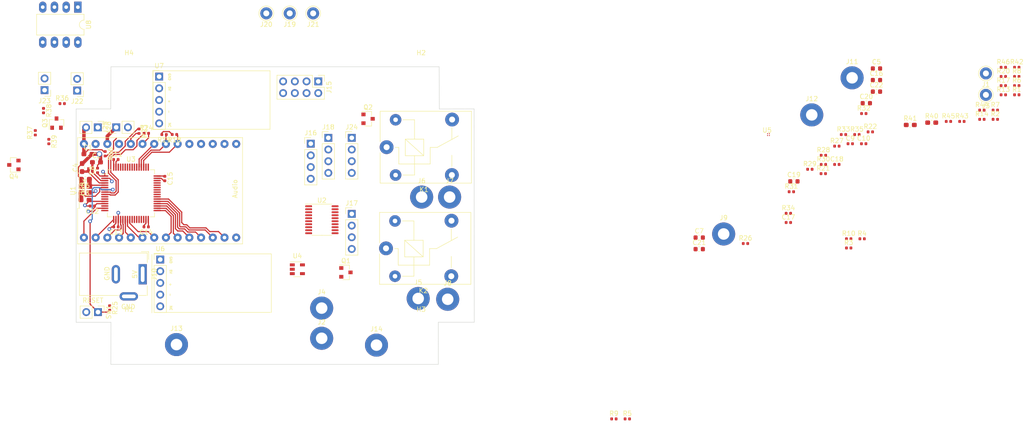
<source format=kicad_pcb>
(kicad_pcb (version 20171130) (host pcbnew "(5.1.6-0-10_14)")
  (layers (0 F.Cu signal) (1 GND power hide) (2 POWER signal) (31 B.Cu signal) (34 B.Paste user) (35 F.Paste user) (36 B.SilkS user) (37 F.SilkS user) (38 B.Mask user) (39 F.Mask user) (44 Edge.Cuts user))
  (net 0 "")
  (net 1 "Net-(C1-Pad1)")
  (net 2 GND)
  (net 3 /Sheet63795853/OSC32_HI)
  (net 4 /Sheet63795853/OSC48_LO)
  (net 5 /Sheet63795853/OSC32_LO)
  (net 6 5V)
  (net 7 /Sheet63795853/OSC48_HI)
  (net 8 3V3)
  (net 9 /Sheet63795853/NRST)
  (net 10 3V3_ADAFRUIT)
  (net 11 VCC)
  (net 12 "Net-(J2-Pad1)")
  (net 13 "Net-(J5-Pad1)")
  (net 14 "Net-(J6-Pad1)")
  (net 15 "Net-(J8-Pad1)")
  (net 16 "Net-(J10-Pad1)")
  (net 17 /Sheet63795853/NJTRST)
  (net 18 /Sheet63795853/JTDO)
  (net 19 /Sheet63795853/JTDI)
  (net 20 /Sheet63795853/SWCLK)
  (net 21 /Sheet63795853/SWDIO)
  (net 22 WKUP4)
  (net 23 WKUP3)
  (net 24 WKUP2)
  (net 25 WKUP1)
  (net 26 /Sheet63795853/I2C2_SDA)
  (net 27 /Sheet63795853/I2C2_SCL)
  (net 28 /Sheet63795853/TIM1_CH1_SHIFTED)
  (net 29 "Net-(J22-Pad1)")
  (net 30 "Net-(J23-Pad1)")
  (net 31 INT_1)
  (net 32 INT_2)
  (net 33 INT_3)
  (net 34 INT_4)
  (net 35 "Net-(J25-Pad1)")
  (net 36 "Net-(K1-Pad2)")
  (net 37 "Net-(K2-Pad2)")
  (net 38 LIGHT_CTRL)
  (net 39 SPEAKER_CTRL)
  (net 40 /Sheet63795853/LED_OUT_1)
  (net 41 "Net-(Q3-Pad3)")
  (net 42 "Net-(Q4-Pad3)")
  (net 43 /Sheet63795853/LED_OUT_2)
  (net 44 "Net-(R1-Pad1)")
  (net 45 "Net-(R2-Pad1)")
  (net 46 /Sheet637955BC/OUT_2_N)
  (net 47 "Net-(R7-Pad2)")
  (net 48 /Sheet637955BC/OUT_1_P)
  (net 49 /Sheet637955BC/OUT_2_P)
  (net 50 "Net-(R8-Pad2)")
  (net 51 ADAFRUIT_RESET_N)
  (net 52 ADAFRUIT_UART_ENABLE_N)
  (net 53 /Sheet637955BC/OUT_1_N)
  (net 54 ADAFRUIT_VOL_DOWN)
  (net 55 ADAFRUIT_VOL_UP)
  (net 56 /Sheet63795853/BOOT0)
  (net 57 ADAFRUIT_UART_TX)
  (net 58 /Sheet63795853/LPUART1_RX)
  (net 59 /Sheet63795853/LPUART1_TX)
  (net 60 ADAFRUIT_UART_RX)
  (net 61 /Sheet63795853/LVL_DIR)
  (net 62 /Sheet63795853/LVL_EN)
  (net 63 /Sheet63795853/ADAFRUIT_PWR_EN)
  (net 64 ADAFRUIT_TRIG_0)
  (net 65 ADAFRUIT_TRIG_1)
  (net 66 ADAFRUIT_TRIG_2)
  (net 67 ADAFRUIT_TRIG_3)
  (net 68 ADAFRUIT_TRIG_4)
  (net 69 ADAFRUIT_TRIG_5)
  (net 70 ADAFRUIT_TRIG_6)
  (net 71 ADAFRUIT_TRIG_7)
  (net 72 ADAFRUIT_TRIG_8)
  (net 73 ADAFRUIT_TRIG_9)
  (net 74 ADAFRUIT_TRIG_10)
  (net 75 ADAFRUIT_ACT)
  (net 76 /Sheet63795853/TIM1_CH1)
  (module srw_custom:adafruit_soundboard (layer F.Cu) (at 160.1 91.08)
    (fp_text reference U1 (at -38.935 6.77 -90) (layer F.SilkS))
    (fp_text value adafruit_audio_fx_sound_board)
    (fp_text user Audio (at -3.81 6.35 90) (layer F.SilkS))
    (fp_text user USB (at -36.83 6.35 90) (layer F.SilkS))
    (pad 28 thru_hole circle (at -36.56 16.93 180) (size 1.75 1.75) (drill 0.8) (layers *.Cu *.Mask) (net 51 ADAFRUIT_RESET_N))
    (pad 1 thru_hole circle (at -36.56 -3.39 180) (size 1.75 1.75) (drill 0.8) (layers *.Cu *.Mask) (net 1 "Net-(C1-Pad1)"))
    (pad 27 thru_hole circle (at -34.02 16.93 180) (size 1.75 1.75) (drill 0.8) (layers *.Cu *.Mask) (net 64 ADAFRUIT_TRIG_0))
    (pad 2 thru_hole circle (at -34.02 -3.39 180) (size 1.75 1.75) (drill 0.8) (layers *.Cu *.Mask) (net 2 GND))
    (pad 26 thru_hole circle (at -31.48 16.93 180) (size 1.75 1.75) (drill 0.8) (layers *.Cu *.Mask) (net 65 ADAFRUIT_TRIG_1))
    (pad 3 thru_hole circle (at -31.48 -3.39 180) (size 1.75 1.75) (drill 0.8) (layers *.Cu *.Mask) (net 35 "Net-(J25-Pad1)"))
    (pad 25 thru_hole circle (at -28.94 16.93 180) (size 1.75 1.75) (drill 0.8) (layers *.Cu *.Mask) (net 66 ADAFRUIT_TRIG_2))
    (pad 4 thru_hole circle (at -28.94 -3.39 180) (size 1.75 1.75) (drill 0.8) (layers *.Cu *.Mask))
    (pad 24 thru_hole circle (at -26.4 16.93 180) (size 1.75 1.75) (drill 0.8) (layers *.Cu *.Mask) (net 67 ADAFRUIT_TRIG_3))
    (pad 5 thru_hole circle (at -26.4 -3.39 180) (size 1.75 1.75) (drill 0.8) (layers *.Cu *.Mask) (net 57 ADAFRUIT_UART_TX))
    (pad 23 thru_hole circle (at -23.86 16.93 180) (size 1.75 1.75) (drill 0.8) (layers *.Cu *.Mask) (net 68 ADAFRUIT_TRIG_4))
    (pad 6 thru_hole circle (at -23.86 -3.39 180) (size 1.75 1.75) (drill 0.8) (layers *.Cu *.Mask) (net 60 ADAFRUIT_UART_RX))
    (pad 22 thru_hole circle (at -21.32 16.93 180) (size 1.75 1.75) (drill 0.8) (layers *.Cu *.Mask) (net 69 ADAFRUIT_TRIG_5))
    (pad 7 thru_hole circle (at -21.32 -3.39 180) (size 1.75 1.75) (drill 0.8) (layers *.Cu *.Mask) (net 52 ADAFRUIT_UART_ENABLE_N))
    (pad 21 thru_hole circle (at -18.78 16.93 180) (size 1.75 1.75) (drill 0.8) (layers *.Cu *.Mask) (net 70 ADAFRUIT_TRIG_6))
    (pad 8 thru_hole circle (at -18.78 -3.39 180) (size 1.75 1.75) (drill 0.8) (layers *.Cu *.Mask) (net 55 ADAFRUIT_VOL_UP))
    (pad 20 thru_hole circle (at -16.24 16.93 180) (size 1.75 1.75) (drill 0.8) (layers *.Cu *.Mask) (net 71 ADAFRUIT_TRIG_7))
    (pad 9 thru_hole circle (at -16.24 -3.39 180) (size 1.75 1.75) (drill 0.8) (layers *.Cu *.Mask) (net 54 ADAFRUIT_VOL_DOWN))
    (pad 19 thru_hole circle (at -13.7 16.93 180) (size 1.75 1.75) (drill 0.8) (layers *.Cu *.Mask) (net 72 ADAFRUIT_TRIG_8))
    (pad 10 thru_hole circle (at -13.7 -3.39 180) (size 1.75 1.75) (drill 0.8) (layers *.Cu *.Mask))
    (pad 18 thru_hole circle (at -11.16 16.93 180) (size 1.75 1.75) (drill 0.8) (layers *.Cu *.Mask) (net 73 ADAFRUIT_TRIG_9))
    (pad 11 thru_hole circle (at -11.16 -3.39 180) (size 1.75 1.75) (drill 0.8) (layers *.Cu *.Mask) (net 2 GND))
    (pad 17 thru_hole circle (at -8.62 16.93 180) (size 1.75 1.75) (drill 0.8) (layers *.Cu *.Mask) (net 74 ADAFRUIT_TRIG_10))
    (pad 12 thru_hole circle (at -8.62 -3.39 180) (size 1.75 1.75) (drill 0.8) (layers *.Cu *.Mask))
    (pad 16 thru_hole circle (at -6.08 16.93 180) (size 1.75 1.75) (drill 0.8) (layers *.Cu *.Mask) (net 75 ADAFRUIT_ACT))
    (pad 13 thru_hole circle (at -6.08 -3.39 180) (size 1.75 1.75) (drill 0.8) (layers *.Cu *.Mask))
    (pad 15 thru_hole circle (at -3.54 16.93 180) (size 1.75 1.75) (drill 0.8) (layers *.Cu *.Mask) (net 2 GND))
    (pad 14 thru_hole circle (at -3.54 -3.39 180) (size 1.75 1.75) (drill 0.8) (layers *.Cu *.Mask) (net 2 GND))
  )
  (module MountingHole:MountingHole_6.5mm (layer F.Cu) (at 133.33414 75.40324)
    (fp_text reference H4 (at 0 -7.5) (layer F.SilkS))
    (fp_text value MountingHole)
    (pad 1 np_thru_hole circle (at 0 0) (size 6.5 6.5) (drill 6.5) (layers *.Cu *.Mask))
  )
  (module MountingHole:MountingHole_6.5mm (layer F.Cu) (at 196.65464 131.08944)
    (fp_text reference H3 (at 0 -7.5) (layer F.SilkS))
    (fp_text value MountingHole)
    (pad 1 np_thru_hole circle (at 0 0) (size 6.5 6.5) (drill 6.5) (layers *.Cu *.Mask))
  )
  (module MountingHole:MountingHole_6.5mm (layer F.Cu) (at 196.65464 75.40324)
    (fp_text reference H2 (at 0 -7.5) (layer F.SilkS))
    (fp_text value MountingHole)
    (pad 1 np_thru_hole circle (at 0 0) (size 6.5 6.5) (drill 6.5) (layers *.Cu *.Mask))
  )
  (module MountingHole:MountingHole_6.5mm (layer F.Cu) (at 133.33414 131.09944)
    (fp_text reference H1 (at 0 -7.5) (layer F.SilkS))
    (fp_text value MountingHole)
    (pad 1 np_thru_hole circle (at 0 0) (size 6.5 6.5) (drill 6.5) (layers *.Cu *.Mask))
  )
  (module ECS-:XTAL_ECS-.327-9-1210-TR (layer F.Cu) (at 124.9575 93.32 180)
    (fp_text reference Y1 (at 0 -1.169102) (layer F.SilkS) (effects (font (size 0.240144 0.240144))))
    (fp_text value ECS-.327-9-1210-TR)
    (pad 1 smd rect (at -0.4125 0 180) (size 0.575 1.14) (layers F.Cu F.Paste F.Mask) (net 3 /Sheet63795853/OSC32_HI))
    (pad 2 smd rect (at 0.4125 0 180) (size 0.575 1.14) (layers F.Cu F.Paste F.Mask) (net 5 /Sheet63795853/OSC32_LO))
  )
  (module Connector_BarrelJack:BarrelJack_Wuerth_6941xx301002 (layer F.Cu) (at 136.273 115.973 270)
    (fp_text reference J10 (at 0 -2.5 90) (layer F.SilkS))
    (fp_text value Barrel_Jack_Switch)
    (pad 3 thru_hole oval (at 4.8 3) (size 4 1.8) (drill oval 3 0.8) (layers *.Cu *.Mask) (net 2 GND))
    (pad 2 thru_hole oval (at 0 5.8 270) (size 4 1.8) (drill oval 3 0.8) (layers *.Cu *.Mask) (net 2 GND))
    (pad 1 thru_hole rect (at 0 0 270) (size 4.4 1.8) (drill oval 3.4 0.8) (layers *.Cu *.Mask) (net 16 "Net-(J10-Pad1)"))
  )
  (module Connector_PinHeader_2.54mm:PinHeader_1x05_P2.54mm_Vertical (layer F.Cu) (at 139.855106 73.065459)
    (fp_text reference U7 (at 0 -2.33) (layer F.SilkS))
    (fp_text value receiver_433MHz)
    (pad 1 thru_hole rect (at 0 0) (size 1.7 1.7) (drill 1) (layers *.Cu *.Mask) (net 2 GND))
    (pad 2 thru_hole oval (at 0 2.54) (size 1.7 1.7) (drill 1) (layers *.Cu *.Mask) (net 11 VCC))
    (pad 3 thru_hole oval (at 0 5.08) (size 1.7 1.7) (drill 1) (layers *.Cu *.Mask) (net 49 /Sheet637955BC/OUT_2_P))
    (pad 4 thru_hole oval (at 0 7.62) (size 1.7 1.7) (drill 1) (layers *.Cu *.Mask) (net 46 /Sheet637955BC/OUT_2_N))
    (pad 5 thru_hole oval (at 0 10.16) (size 1.7 1.7) (drill 1) (layers *.Cu *.Mask) (net 45 "Net-(R2-Pad1)"))
  )
  (module Connector_PinHeader_2.54mm:PinHeader_1x05_P2.54mm_Vertical (layer F.Cu) (at 140.086907 112.776117)
    (fp_text reference U6 (at 0 -2.33) (layer F.SilkS))
    (fp_text value receiver_433MHz)
    (pad 5 thru_hole oval (at 0 10.16) (size 1.7 1.7) (drill 1) (layers *.Cu *.Mask) (net 44 "Net-(R1-Pad1)"))
    (pad 4 thru_hole oval (at 0 7.62) (size 1.7 1.7) (drill 1) (layers *.Cu *.Mask) (net 53 /Sheet637955BC/OUT_1_N))
    (pad 3 thru_hole oval (at 0 5.08) (size 1.7 1.7) (drill 1) (layers *.Cu *.Mask) (net 48 /Sheet637955BC/OUT_1_P))
    (pad 2 thru_hole oval (at 0 2.54) (size 1.7 1.7) (drill 1) (layers *.Cu *.Mask) (net 11 VCC))
    (pad 1 thru_hole rect (at 0 0) (size 1.7 1.7) (drill 1) (layers *.Cu *.Mask) (net 2 GND))
  )
  (module XTAL_ECS-480-8-36-RWN-TR (layer F.Cu) (at 123.88 97.569999)
    (fp_text reference Y2 (at -0.226373 -1.958058) (layer F.SilkS) (effects (font (size 0.480799 0.480799))))
    (fp_text value ECS-480-8-36-RWN-TR)
    (pad 1 smd rect (at -0.85 0.65 90) (size 1 1.2) (layers F.Cu F.Paste F.Mask) (net 4 /Sheet63795853/OSC48_LO))
    (pad 2 smd rect (at 0.85 0.65 90) (size 1 1.2) (layers F.Cu F.Paste F.Mask) (net 2 GND))
    (pad 3 smd rect (at 0.85 -0.65 90) (size 1 1.2) (layers F.Cu F.Paste F.Mask) (net 7 /Sheet63795853/OSC48_HI))
    (pad 4 smd rect (at -0.85 -0.65 90) (size 1 1.2) (layers F.Cu F.Paste F.Mask) (net 2 GND))
  )
  (module Package_DIP:DIP-8_W7.62mm_LongPads (layer F.Cu) (at 122.23 57.99 270)
    (fp_text reference U8 (at 3.81 -2.33 90) (layer F.SilkS))
    (fp_text value PS2501-2)
    (pad 1 thru_hole rect (at 0 0 270) (size 2.4 1.6) (drill 0.8) (layers *.Cu *.Mask) (net 47 "Net-(R7-Pad2)"))
    (pad 5 thru_hole oval (at 7.62 7.62 270) (size 2.4 1.6) (drill 0.8) (layers *.Cu *.Mask) (net 2 GND))
    (pad 2 thru_hole oval (at 0 2.54 270) (size 2.4 1.6) (drill 0.8) (layers *.Cu *.Mask) (net 53 /Sheet637955BC/OUT_1_N))
    (pad 6 thru_hole oval (at 7.62 5.08 270) (size 2.4 1.6) (drill 0.8) (layers *.Cu *.Mask) (net 32 INT_2))
    (pad 3 thru_hole oval (at 0 5.08 270) (size 2.4 1.6) (drill 0.8) (layers *.Cu *.Mask) (net 50 "Net-(R8-Pad2)"))
    (pad 7 thru_hole oval (at 7.62 2.54 270) (size 2.4 1.6) (drill 0.8) (layers *.Cu *.Mask) (net 2 GND))
    (pad 4 thru_hole oval (at 0 7.62 270) (size 2.4 1.6) (drill 0.8) (layers *.Cu *.Mask) (net 46 /Sheet637955BC/OUT_2_N))
    (pad 8 thru_hole oval (at 7.62 0 270) (size 2.4 1.6) (drill 0.8) (layers *.Cu *.Mask) (net 31 INT_1))
  )
  (module srw_custom:TPS22916 (layer F.Cu) (at 271.572 85.257)
    (fp_text reference U5 (at 0.09 -0.55) (layer F.SilkS))
    (fp_text value TPS22916)
    (pad A1 smd circle (at 0.19 0.2) (size 0.23 0.23) (layers F.Cu F.Paste F.Mask) (net 10 3V3_ADAFRUIT))
    (pad A2 smd circle (at 0.59 0.2) (size 0.23 0.23) (layers F.Cu F.Paste F.Mask) (net 8 3V3))
    (pad B2 smd circle (at 0.59 0.6) (size 0.23 0.23) (layers F.Cu F.Paste F.Mask) (net 63 /Sheet63795853/ADAFRUIT_PWR_EN))
    (pad B1 smd circle (at 0.19 0.6) (size 0.23 0.23) (layers F.Cu F.Paste F.Mask) (net 2 GND))
  )
  (module Package_TO_SOT_SMD:SOT-23-5 (layer F.Cu) (at 169.82 114.89)
    (fp_text reference U4 (at 0 -2.9) (layer F.SilkS))
    (fp_text value LP5907MFX-3.3)
    (pad 1 smd rect (at -1.1 -0.95) (size 1.06 0.65) (layers F.Cu F.Paste F.Mask) (net 6 5V))
    (pad 2 smd rect (at -1.1 0) (size 1.06 0.65) (layers F.Cu F.Paste F.Mask) (net 2 GND))
    (pad 3 smd rect (at -1.1 0.95) (size 1.06 0.65) (layers F.Cu F.Paste F.Mask) (net 6 5V))
    (pad 4 smd rect (at 1.1 0.95) (size 1.06 0.65) (layers F.Cu F.Paste F.Mask))
    (pad 5 smd rect (at 1.1 -0.95) (size 1.06 0.65) (layers F.Cu F.Paste F.Mask) (net 8 3V3))
  )
  (module Package_QFP:LQFP-64_10x10mm_P0.5mm (layer F.Cu) (at 133.74 98.4)
    (fp_text reference U3 (at 0 -7.4) (layer F.SilkS))
    (fp_text value STM32L431RCTx)
    (pad 1 smd roundrect (at -5.675 -3.75) (size 1.55 0.3) (layers F.Cu F.Paste F.Mask) (net 8 3V3))
    (pad 2 smd roundrect (at -5.675 -3.25) (size 1.55 0.3) (layers F.Cu F.Paste F.Mask) (net 24 WKUP2))
    (pad 3 smd roundrect (at -5.675 -2.75) (size 1.55 0.3) (layers F.Cu F.Paste F.Mask) (net 3 /Sheet63795853/OSC32_HI))
    (pad 4 smd roundrect (at -5.675 -2.25) (size 1.55 0.3) (layers F.Cu F.Paste F.Mask) (net 5 /Sheet63795853/OSC32_LO))
    (pad 5 smd roundrect (at -5.675 -1.75) (size 1.55 0.3) (layers F.Cu F.Paste F.Mask) (net 7 /Sheet63795853/OSC48_HI))
    (pad 6 smd roundrect (at -5.675 -1.25) (size 1.55 0.3) (layers F.Cu F.Paste F.Mask) (net 4 /Sheet63795853/OSC48_LO))
    (pad 7 smd roundrect (at -5.675 -0.75) (size 1.55 0.3) (layers F.Cu F.Paste F.Mask) (net 9 /Sheet63795853/NRST))
    (pad 8 smd roundrect (at -5.675 -0.25) (size 1.55 0.3) (layers F.Cu F.Paste F.Mask) (net 58 /Sheet63795853/LPUART1_RX))
    (pad 9 smd roundrect (at -5.675 0.25) (size 1.55 0.3) (layers F.Cu F.Paste F.Mask) (net 59 /Sheet63795853/LPUART1_TX))
    (pad 10 smd roundrect (at -5.675 0.75) (size 1.55 0.3) (layers F.Cu F.Paste F.Mask) (net 40 /Sheet63795853/LED_OUT_1))
    (pad 11 smd roundrect (at -5.675 1.25) (size 1.55 0.3) (layers F.Cu F.Paste F.Mask) (net 43 /Sheet63795853/LED_OUT_2))
    (pad 12 smd roundrect (at -5.675 1.75) (size 1.55 0.3) (layers F.Cu F.Paste F.Mask) (net 2 GND))
    (pad 13 smd roundrect (at -5.675 2.25) (size 1.55 0.3) (layers F.Cu F.Paste F.Mask) (net 8 3V3))
    (pad 14 smd roundrect (at -5.675 2.75) (size 1.55 0.3) (layers F.Cu F.Paste F.Mask) (net 25 WKUP1))
    (pad 15 smd roundrect (at -5.675 3.25) (size 1.55 0.3) (layers F.Cu F.Paste F.Mask) (net 51 ADAFRUIT_RESET_N))
    (pad 16 smd roundrect (at -5.675 3.75) (size 1.55 0.3) (layers F.Cu F.Paste F.Mask) (net 22 WKUP4))
    (pad 17 smd roundrect (at -3.75 5.675) (size 0.3 1.55) (layers F.Cu F.Paste F.Mask) (net 64 ADAFRUIT_TRIG_0))
    (pad 18 smd roundrect (at -3.25 5.675) (size 0.3 1.55) (layers F.Cu F.Paste F.Mask) (net 2 GND))
    (pad 19 smd roundrect (at -2.75 5.675) (size 0.3 1.55) (layers F.Cu F.Paste F.Mask) (net 8 3V3))
    (pad 20 smd roundrect (at -2.25 5.675) (size 0.3 1.55) (layers F.Cu F.Paste F.Mask) (net 65 ADAFRUIT_TRIG_1))
    (pad 21 smd roundrect (at -1.75 5.675) (size 0.3 1.55) (layers F.Cu F.Paste F.Mask) (net 66 ADAFRUIT_TRIG_2))
    (pad 22 smd roundrect (at -1.25 5.675) (size 0.3 1.55) (layers F.Cu F.Paste F.Mask) (net 67 ADAFRUIT_TRIG_3))
    (pad 23 smd roundrect (at -0.75 5.675) (size 0.3 1.55) (layers F.Cu F.Paste F.Mask) (net 68 ADAFRUIT_TRIG_4))
    (pad 24 smd roundrect (at -0.25 5.675) (size 0.3 1.55) (layers F.Cu F.Paste F.Mask) (net 69 ADAFRUIT_TRIG_5))
    (pad 25 smd roundrect (at 0.25 5.675) (size 0.3 1.55) (layers F.Cu F.Paste F.Mask) (net 23 WKUP3))
    (pad 26 smd roundrect (at 0.75 5.675) (size 0.3 1.55) (layers F.Cu F.Paste F.Mask))
    (pad 27 smd roundrect (at 1.25 5.675) (size 0.3 1.55) (layers F.Cu F.Paste F.Mask))
    (pad 28 smd roundrect (at 1.75 5.675) (size 0.3 1.55) (layers F.Cu F.Paste F.Mask))
    (pad 29 smd roundrect (at 2.25 5.675) (size 0.3 1.55) (layers F.Cu F.Paste F.Mask) (net 27 /Sheet63795853/I2C2_SCL))
    (pad 30 smd roundrect (at 2.75 5.675) (size 0.3 1.55) (layers F.Cu F.Paste F.Mask) (net 26 /Sheet63795853/I2C2_SDA))
    (pad 31 smd roundrect (at 3.25 5.675) (size 0.3 1.55) (layers F.Cu F.Paste F.Mask) (net 2 GND))
    (pad 32 smd roundrect (at 3.75 5.675) (size 0.3 1.55) (layers F.Cu F.Paste F.Mask) (net 8 3V3))
    (pad 33 smd roundrect (at 5.675 3.75) (size 1.55 0.3) (layers F.Cu F.Paste F.Mask) (net 70 ADAFRUIT_TRIG_6))
    (pad 34 smd roundrect (at 5.675 3.25) (size 1.55 0.3) (layers F.Cu F.Paste F.Mask) (net 71 ADAFRUIT_TRIG_7))
    (pad 35 smd roundrect (at 5.675 2.75) (size 1.55 0.3) (layers F.Cu F.Paste F.Mask) (net 72 ADAFRUIT_TRIG_8))
    (pad 36 smd roundrect (at 5.675 2.25) (size 1.55 0.3) (layers F.Cu F.Paste F.Mask) (net 73 ADAFRUIT_TRIG_9))
    (pad 37 smd roundrect (at 5.675 1.75) (size 1.55 0.3) (layers F.Cu F.Paste F.Mask) (net 74 ADAFRUIT_TRIG_10))
    (pad 38 smd roundrect (at 5.675 1.25) (size 1.55 0.3) (layers F.Cu F.Paste F.Mask) (net 75 ADAFRUIT_ACT))
    (pad 39 smd roundrect (at 5.675 0.75) (size 1.55 0.3) (layers F.Cu F.Paste F.Mask) (net 63 /Sheet63795853/ADAFRUIT_PWR_EN))
    (pad 40 smd roundrect (at 5.675 0.25) (size 1.55 0.3) (layers F.Cu F.Paste F.Mask))
    (pad 41 smd roundrect (at 5.675 -0.25) (size 1.55 0.3) (layers F.Cu F.Paste F.Mask) (net 76 /Sheet63795853/TIM1_CH1))
    (pad 42 smd roundrect (at 5.675 -0.75) (size 1.55 0.3) (layers F.Cu F.Paste F.Mask) (net 61 /Sheet63795853/LVL_DIR))
    (pad 43 smd roundrect (at 5.675 -1.25) (size 1.55 0.3) (layers F.Cu F.Paste F.Mask) (net 62 /Sheet63795853/LVL_EN))
    (pad 44 smd roundrect (at 5.675 -1.75) (size 1.55 0.3) (layers F.Cu F.Paste F.Mask) (net 38 LIGHT_CTRL))
    (pad 45 smd roundrect (at 5.675 -2.25) (size 1.55 0.3) (layers F.Cu F.Paste F.Mask) (net 39 SPEAKER_CTRL))
    (pad 46 smd roundrect (at 5.675 -2.75) (size 1.55 0.3) (layers F.Cu F.Paste F.Mask) (net 21 /Sheet63795853/SWDIO))
    (pad 47 smd roundrect (at 5.675 -3.25) (size 1.55 0.3) (layers F.Cu F.Paste F.Mask) (net 2 GND))
    (pad 48 smd roundrect (at 5.675 -3.75) (size 1.55 0.3) (layers F.Cu F.Paste F.Mask) (net 8 3V3))
    (pad 49 smd roundrect (at 3.75 -5.675) (size 0.3 1.55) (layers F.Cu F.Paste F.Mask) (net 20 /Sheet63795853/SWCLK))
    (pad 50 smd roundrect (at 3.25 -5.675) (size 0.3 1.55) (layers F.Cu F.Paste F.Mask) (net 19 /Sheet63795853/JTDI))
    (pad 51 smd roundrect (at 2.75 -5.675) (size 0.3 1.55) (layers F.Cu F.Paste F.Mask) (net 54 ADAFRUIT_VOL_DOWN))
    (pad 52 smd roundrect (at 2.25 -5.675) (size 0.3 1.55) (layers F.Cu F.Paste F.Mask) (net 55 ADAFRUIT_VOL_UP))
    (pad 53 smd roundrect (at 1.75 -5.675) (size 0.3 1.55) (layers F.Cu F.Paste F.Mask) (net 52 ADAFRUIT_UART_ENABLE_N))
    (pad 54 smd roundrect (at 1.25 -5.675) (size 0.3 1.55) (layers F.Cu F.Paste F.Mask))
    (pad 55 smd roundrect (at 0.75 -5.675) (size 0.3 1.55) (layers F.Cu F.Paste F.Mask) (net 18 /Sheet63795853/JTDO))
    (pad 56 smd roundrect (at 0.25 -5.675) (size 0.3 1.55) (layers F.Cu F.Paste F.Mask) (net 17 /Sheet63795853/NJTRST))
    (pad 57 smd roundrect (at -0.25 -5.675) (size 0.3 1.55) (layers F.Cu F.Paste F.Mask))
    (pad 58 smd roundrect (at -0.75 -5.675) (size 0.3 1.55) (layers F.Cu F.Paste F.Mask))
    (pad 59 smd roundrect (at -1.25 -5.675) (size 0.3 1.55) (layers F.Cu F.Paste F.Mask))
    (pad 60 smd roundrect (at -1.75 -5.675) (size 0.3 1.55) (layers F.Cu F.Paste F.Mask) (net 56 /Sheet63795853/BOOT0))
    (pad 61 smd roundrect (at -2.25 -5.675) (size 0.3 1.55) (layers F.Cu F.Paste F.Mask))
    (pad 62 smd roundrect (at -2.75 -5.675) (size 0.3 1.55) (layers F.Cu F.Paste F.Mask))
    (pad 63 smd roundrect (at -3.25 -5.675) (size 0.3 1.55) (layers F.Cu F.Paste F.Mask) (net 2 GND))
    (pad 64 smd roundrect (at -3.75 -5.675) (size 0.3 1.55) (layers F.Cu F.Paste F.Mask) (net 8 3V3))
  )
  (module Package_SO:TSSOP-20_4.4x6.5mm_P0.65mm (layer F.Cu) (at 175.13 104.14)
    (fp_text reference U2 (at 0 -4.2) (layer F.SilkS))
    (fp_text value SN74HCT245PW)
    (pad 1 smd roundrect (at -2.8625 -2.925) (size 1.475 0.4) (layers F.Cu F.Paste F.Mask) (net 61 /Sheet63795853/LVL_DIR))
    (pad 2 smd roundrect (at -2.8625 -2.275) (size 1.475 0.4) (layers F.Cu F.Paste F.Mask) (net 76 /Sheet63795853/TIM1_CH1))
    (pad 3 smd roundrect (at -2.8625 -1.625) (size 1.475 0.4) (layers F.Cu F.Paste F.Mask) (net 31 INT_1))
    (pad 4 smd roundrect (at -2.8625 -0.975) (size 1.475 0.4) (layers F.Cu F.Paste F.Mask) (net 32 INT_2))
    (pad 5 smd roundrect (at -2.8625 -0.325) (size 1.475 0.4) (layers F.Cu F.Paste F.Mask) (net 33 INT_3))
    (pad 6 smd roundrect (at -2.8625 0.325) (size 1.475 0.4) (layers F.Cu F.Paste F.Mask) (net 34 INT_4))
    (pad 7 smd roundrect (at -2.8625 0.975) (size 1.475 0.4) (layers F.Cu F.Paste F.Mask))
    (pad 8 smd roundrect (at -2.8625 1.625) (size 1.475 0.4) (layers F.Cu F.Paste F.Mask))
    (pad 9 smd roundrect (at -2.8625 2.275) (size 1.475 0.4) (layers F.Cu F.Paste F.Mask))
    (pad 10 smd roundrect (at -2.8625 2.925) (size 1.475 0.4) (layers F.Cu F.Paste F.Mask) (net 2 GND))
    (pad 11 smd roundrect (at 2.8625 2.925) (size 1.475 0.4) (layers F.Cu F.Paste F.Mask))
    (pad 12 smd roundrect (at 2.8625 2.275) (size 1.475 0.4) (layers F.Cu F.Paste F.Mask))
    (pad 13 smd roundrect (at 2.8625 1.625) (size 1.475 0.4) (layers F.Cu F.Paste F.Mask))
    (pad 14 smd roundrect (at 2.8625 0.975) (size 1.475 0.4) (layers F.Cu F.Paste F.Mask) (net 22 WKUP4))
    (pad 15 smd roundrect (at 2.8625 0.325) (size 1.475 0.4) (layers F.Cu F.Paste F.Mask) (net 23 WKUP3))
    (pad 16 smd roundrect (at 2.8625 -0.325) (size 1.475 0.4) (layers F.Cu F.Paste F.Mask) (net 24 WKUP2))
    (pad 17 smd roundrect (at 2.8625 -0.975) (size 1.475 0.4) (layers F.Cu F.Paste F.Mask) (net 25 WKUP1))
    (pad 18 smd roundrect (at 2.8625 -1.625) (size 1.475 0.4) (layers F.Cu F.Paste F.Mask) (net 28 /Sheet63795853/TIM1_CH1_SHIFTED))
    (pad 19 smd roundrect (at 2.8625 -2.275) (size 1.475 0.4) (layers F.Cu F.Paste F.Mask) (net 62 /Sheet63795853/LVL_EN))
    (pad 20 smd roundrect (at 2.8625 -2.925) (size 1.475 0.4) (layers F.Cu F.Paste F.Mask) (net 6 5V))
  )
  (module Connector_PinHeader_2.54mm:PinHeader_1x02_P2.54mm_Vertical (layer F.Cu) (at 126.59 124.19 270)
    (fp_text reference SW1 (at 0 -2.33 90) (layer F.SilkS))
    (fp_text value SW_DIP_x01)
    (pad 2 thru_hole oval (at 0 2.54 270) (size 1.7 1.7) (drill 1) (layers *.Cu *.Mask) (net 2 GND))
    (pad 1 thru_hole rect (at 0 0 270) (size 1.7 1.7) (drill 1) (layers *.Cu *.Mask) (net 9 /Sheet63795853/NRST))
  )
  (module Resistor_SMD:R_0402_1005Metric (layer F.Cu) (at 322.887001 71.052001)
    (fp_text reference R46 (at 0 -1.17) (layer F.SilkS))
    (fp_text value DNI)
    (pad 1 smd roundrect (at -0.485 0) (size 0.59 0.64) (layers F.Cu F.Paste F.Mask) (net 33 INT_3))
    (pad 2 smd roundrect (at 0.485 0) (size 0.59 0.64) (layers F.Cu F.Paste F.Mask) (net 2 GND))
  )
  (module Resistor_SMD:R_0402_1005Metric (layer F.Cu) (at 310.987001 82.802001)
    (fp_text reference R45 (at 0 -1.17) (layer F.SilkS))
    (fp_text value 10k)
    (pad 1 smd roundrect (at -0.485 0) (size 0.59 0.64) (layers F.Cu F.Paste F.Mask) (net 11 VCC))
    (pad 2 smd roundrect (at 0.485 0) (size 0.59 0.64) (layers F.Cu F.Paste F.Mask) (net 33 INT_3))
  )
  (module Resistor_SMD:R_0402_1005Metric (layer F.Cu) (at 318.237001 80.352001)
    (fp_text reference R44 (at 0 -1.17) (layer F.SilkS))
    (fp_text value DNI)
    (pad 2 smd roundrect (at 0.485 0) (size 0.59 0.64) (layers F.Cu F.Paste F.Mask) (net 2 GND))
    (pad 1 smd roundrect (at -0.485 0) (size 0.59 0.64) (layers F.Cu F.Paste F.Mask) (net 34 INT_4))
  )
  (module Resistor_SMD:R_0402_1005Metric (layer F.Cu) (at 313.897001 82.802001)
    (fp_text reference R43 (at 0 -1.17) (layer F.SilkS))
    (fp_text value 10k)
    (pad 2 smd roundrect (at 0.485 0) (size 0.59 0.64) (layers F.Cu F.Paste F.Mask) (net 34 INT_4))
    (pad 1 smd roundrect (at -0.485 0) (size 0.59 0.64) (layers F.Cu F.Paste F.Mask) (net 11 VCC))
  )
  (module Resistor_SMD:R_0402_1005Metric (layer F.Cu) (at 325.797001 71.052001)
    (fp_text reference R42 (at 0 -1.17) (layer F.SilkS))
    (fp_text value DNI)
    (pad 2 smd roundrect (at 0.485 0) (size 0.59 0.64) (layers F.Cu F.Paste F.Mask) (net 2 GND))
    (pad 1 smd roundrect (at -0.485 0) (size 0.59 0.64) (layers F.Cu F.Paste F.Mask) (net 53 /Sheet637955BC/OUT_1_N))
  )
  (module Resistor_SMD:R_0603_1608Metric_Pad1.05x0.95mm_HandSolder (layer F.Cu) (at 302.707001 83.562001)
    (fp_text reference R41 (at 0 -1.43) (layer F.SilkS))
    (fp_text value 0)
    (pad 2 smd roundrect (at 0.875 0) (size 1.05 0.95) (layers F.Cu F.Paste F.Mask) (net 11 VCC))
    (pad 1 smd roundrect (at -0.875 0) (size 1.05 0.95) (layers F.Cu F.Paste F.Mask) (net 6 5V))
  )
  (module Resistor_SMD:R_0603_1608Metric_Pad1.05x0.95mm_HandSolder (layer F.Cu) (at 307.357001 83.062001)
    (fp_text reference R40 (at 0 -1.43) (layer F.SilkS))
    (fp_text value DNI)
    (pad 1 smd roundrect (at -0.875 0) (size 1.05 0.95) (layers F.Cu F.Paste F.Mask) (net 8 3V3))
    (pad 2 smd roundrect (at 0.875 0) (size 1.05 0.95) (layers F.Cu F.Paste F.Mask) (net 11 VCC))
  )
  (module Resistor_SMD:R_0402_1005Metric (layer F.Cu) (at 115.93 87.17 270)
    (fp_text reference R39 (at 0 -1.17 90) (layer F.SilkS))
    (fp_text value 1k)
    (pad 1 smd roundrect (at -0.485 0 270) (size 0.59 0.64) (layers F.Cu F.Paste F.Mask) (net 30 "Net-(J23-Pad1)"))
    (pad 2 smd roundrect (at 0.485 0 270) (size 0.59 0.64) (layers F.Cu F.Paste F.Mask) (net 42 "Net-(Q4-Pad3)"))
  )
  (module Resistor_SMD:R_0402_1005Metric (layer F.Cu) (at 114.78 80.45 270)
    (fp_text reference R38 (at 0 -1.17 90) (layer F.SilkS))
    (fp_text value 1k)
    (pad 1 smd roundrect (at -0.485 0 270) (size 0.59 0.64) (layers F.Cu F.Paste F.Mask) (net 29 "Net-(J22-Pad1)"))
    (pad 2 smd roundrect (at 0.485 0 270) (size 0.59 0.64) (layers F.Cu F.Paste F.Mask) (net 41 "Net-(Q3-Pad3)"))
  )
  (module Resistor_SMD:R_0402_1005Metric (layer F.Cu) (at 113 85.26 90)
    (fp_text reference R37 (at 0 -1.17 90) (layer F.SilkS))
    (fp_text value 10k)
    (pad 2 smd roundrect (at 0.485 0 90) (size 0.59 0.64) (layers F.Cu F.Paste F.Mask) (net 2 GND))
    (pad 1 smd roundrect (at -0.485 0 90) (size 0.59 0.64) (layers F.Cu F.Paste F.Mask) (net 43 /Sheet63795853/LED_OUT_2))
  )
  (module Resistor_SMD:R_0402_1005Metric (layer F.Cu) (at 118.83 78.93)
    (fp_text reference R36 (at 0 -1.17) (layer F.SilkS))
    (fp_text value 10k)
    (pad 2 smd roundrect (at 0.485 0) (size 0.59 0.64) (layers F.Cu F.Paste F.Mask) (net 2 GND))
    (pad 1 smd roundrect (at -0.485 0) (size 0.59 0.64) (layers F.Cu F.Paste F.Mask) (net 40 /Sheet63795853/LED_OUT_1))
  )
  (module Resistor_SMD:R_0402_1005Metric (layer F.Cu) (at 291.137001 85.652001)
    (fp_text reference R35 (at 0 -1.17) (layer F.SilkS))
    (fp_text value 10k)
    (pad 1 smd roundrect (at -0.485 0) (size 0.59 0.64) (layers F.Cu F.Paste F.Mask) (net 8 3V3))
    (pad 2 smd roundrect (at 0.485 0) (size 0.59 0.64) (layers F.Cu F.Paste F.Mask) (net 17 /Sheet63795853/NJTRST))
  )
  (module Resistor_SMD:R_0402_1005Metric (layer F.Cu) (at 276.277001 102.752001)
    (fp_text reference R34 (at 0 -1.17) (layer F.SilkS))
    (fp_text value 10k)
    (pad 2 smd roundrect (at 0.485 0) (size 0.59 0.64) (layers F.Cu F.Paste F.Mask) (net 18 /Sheet63795853/JTDO))
    (pad 1 smd roundrect (at -0.485 0) (size 0.59 0.64) (layers F.Cu F.Paste F.Mask) (net 8 3V3))
  )
  (module Resistor_SMD:R_0402_1005Metric (layer F.Cu) (at 288.227001 85.652001)
    (fp_text reference R33 (at 0 -1.17) (layer F.SilkS))
    (fp_text value 10k)
    (pad 1 smd roundrect (at -0.485 0) (size 0.59 0.64) (layers F.Cu F.Paste F.Mask) (net 8 3V3))
    (pad 2 smd roundrect (at 0.485 0) (size 0.59 0.64) (layers F.Cu F.Paste F.Mask) (net 19 /Sheet63795853/JTDI))
  )
  (module Resistor_SMD:R_0402_1005Metric (layer F.Cu) (at 292.627001 81.092001)
    (fp_text reference R32 (at 0 -1.17) (layer F.SilkS))
    (fp_text value 10k)
    (pad 2 smd roundrect (at 0.485 0) (size 0.59 0.64) (layers F.Cu F.Paste F.Mask) (net 20 /Sheet63795853/SWCLK))
    (pad 1 smd roundrect (at -0.485 0) (size 0.59 0.64) (layers F.Cu F.Paste F.Mask) (net 8 3V3))
  )
  (module Resistor_SMD:R_0402_1005Metric (layer F.Cu) (at 276.927001 98.062001)
    (fp_text reference R31 (at 0 -1.17) (layer F.SilkS))
    (fp_text value 10k)
    (pad 1 smd roundrect (at -0.485 0) (size 0.59 0.64) (layers F.Cu F.Paste F.Mask) (net 8 3V3))
    (pad 2 smd roundrect (at 0.485 0) (size 0.59 0.64) (layers F.Cu F.Paste F.Mask) (net 21 /Sheet63795853/SWDIO))
  )
  (module Resistor_SMD:R_0402_1005Metric (layer F.Cu) (at 283.877001 92.142001)
    (fp_text reference R30 (at 0 -1.17) (layer F.SilkS))
    (fp_text value 10k)
    (pad 2 smd roundrect (at 0.485 0) (size 0.59 0.64) (layers F.Cu F.Paste F.Mask) (net 27 /Sheet63795853/I2C2_SCL))
    (pad 1 smd roundrect (at -0.485 0) (size 0.59 0.64) (layers F.Cu F.Paste F.Mask) (net 8 3V3))
  )
  (module Resistor_SMD:R_0402_1005Metric (layer F.Cu) (at 280.937001 93.182001)
    (fp_text reference R29 (at 0 -1.17) (layer F.SilkS))
    (fp_text value 10k)
    (pad 2 smd roundrect (at 0.485 0) (size 0.59 0.64) (layers F.Cu F.Paste F.Mask) (net 26 /Sheet63795853/I2C2_SDA))
    (pad 1 smd roundrect (at -0.485 0) (size 0.59 0.64) (layers F.Cu F.Paste F.Mask) (net 8 3V3))
  )
  (module Resistor_SMD:R_0402_1005Metric (layer F.Cu) (at 283.877001 90.152001)
    (fp_text reference R28 (at 0 -1.17) (layer F.SilkS))
    (fp_text value 100k)
    (pad 1 smd roundrect (at -0.485 0) (size 0.59 0.64) (layers F.Cu F.Paste F.Mask) (net 63 /Sheet63795853/ADAFRUIT_PWR_EN))
    (pad 2 smd roundrect (at 0.485 0) (size 0.59 0.64) (layers F.Cu F.Paste F.Mask) (net 2 GND))
  )
  (module Resistor_SMD:R_0402_1005Metric (layer F.Cu) (at 286.787001 88.162001)
    (fp_text reference R27 (at 0 -1.17) (layer F.SilkS))
    (fp_text value 10k)
    (pad 2 smd roundrect (at 0.485 0) (size 0.59 0.64) (layers F.Cu F.Paste F.Mask) (net 2 GND))
    (pad 1 smd roundrect (at -0.485 0) (size 0.59 0.64) (layers F.Cu F.Paste F.Mask) (net 62 /Sheet63795853/LVL_EN))
  )
  (module Resistor_SMD:R_0402_1005Metric (layer F.Cu) (at 266.977001 109.302001)
    (fp_text reference R26 (at 0 -1.17) (layer F.SilkS))
    (fp_text value 10k)
    (pad 1 smd roundrect (at -0.485 0) (size 0.59 0.64) (layers F.Cu F.Paste F.Mask) (net 8 3V3))
    (pad 2 smd roundrect (at 0.485 0) (size 0.59 0.64) (layers F.Cu F.Paste F.Mask) (net 61 /Sheet63795853/LVL_DIR))
  )
  (module Resistor_SMD:R_0402_1005Metric (layer F.Cu) (at 129.12 123.29 270)
    (fp_text reference R25 (at 0 -1.17 90) (layer F.SilkS))
    (fp_text value 10k)
    (pad 1 smd roundrect (at -0.485 0 270) (size 0.59 0.64) (layers F.Cu F.Paste F.Mask) (net 8 3V3))
    (pad 2 smd roundrect (at 0.485 0 270) (size 0.59 0.64) (layers F.Cu F.Paste F.Mask) (net 9 /Sheet63795853/NRST))
  )
  (module Resistor_SMD:R_0402_1005Metric (layer F.Cu) (at 137.075 85.38)
    (fp_text reference R24 (at 0 -1.17) (layer F.SilkS))
    (fp_text value 0)
    (pad 1 smd roundrect (at -0.485 0) (size 0.59 0.64) (layers F.Cu F.Paste F.Mask) (net 59 /Sheet63795853/LPUART1_TX))
    (pad 2 smd roundrect (at 0.485 0) (size 0.59 0.64) (layers F.Cu F.Paste F.Mask) (net 60 ADAFRUIT_UART_RX))
  )
  (module Resistor_SMD:R_0402_1005Metric (layer F.Cu) (at 135.48 84.92 270)
    (fp_text reference R23 (at 0 -1.17 90) (layer F.SilkS))
    (fp_text value 0)
    (pad 2 smd roundrect (at 0.485 0 270) (size 0.59 0.64) (layers F.Cu F.Paste F.Mask) (net 57 ADAFRUIT_UART_TX))
    (pad 1 smd roundrect (at -0.485 0 270) (size 0.59 0.64) (layers F.Cu F.Paste F.Mask) (net 58 /Sheet63795853/LPUART1_RX))
  )
  (module Resistor_SMD:R_0402_1005Metric (layer F.Cu) (at 294.047001 85.072001)
    (fp_text reference R22 (at 0 -1.17) (layer F.SilkS))
    (fp_text value 10k)
    (pad 2 smd roundrect (at 0.485 0) (size 0.59 0.64) (layers F.Cu F.Paste F.Mask) (net 2 GND))
    (pad 1 smd roundrect (at -0.485 0) (size 0.59 0.64) (layers F.Cu F.Paste F.Mask) (net 56 /Sheet63795853/BOOT0))
  )
  (module Resistor_SMD:R_0402_1005Metric (layer F.Cu) (at 283.847001 94.132001)
    (fp_text reference R21 (at 0 -1.17) (layer F.SilkS))
    (fp_text value R)
    (pad 1 smd roundrect (at -0.485 0) (size 0.59 0.64) (layers F.Cu F.Paste F.Mask) (net 8 3V3))
    (pad 2 smd roundrect (at 0.485 0) (size 0.59 0.64) (layers F.Cu F.Paste F.Mask) (net 56 /Sheet63795853/BOOT0))
  )
  (module Resistor_SMD:R_0402_1005Metric (layer F.Cu) (at 322.887001 73.042001)
    (fp_text reference R20 (at 0 -1.17) (layer F.SilkS))
    (fp_text value 10k)
    (pad 1 smd roundrect (at -0.485 0) (size 0.59 0.64) (layers F.Cu F.Paste F.Mask) (net 49 /Sheet637955BC/OUT_2_P))
    (pad 2 smd roundrect (at 0.485 0) (size 0.59 0.64) (layers F.Cu F.Paste F.Mask) (net 46 /Sheet637955BC/OUT_2_N))
  )
  (module Resistor_SMD:R_0402_1005Metric (layer F.Cu) (at 140.92 85.65 180)
    (fp_text reference R19 (at 0 -1.17) (layer F.SilkS))
    (fp_text value 10k)
    (pad 1 smd roundrect (at -0.485 0 180) (size 0.59 0.64) (layers F.Cu F.Paste F.Mask) (net 55 ADAFRUIT_VOL_UP))
    (pad 2 smd roundrect (at 0.485 0 180) (size 0.59 0.64) (layers F.Cu F.Paste F.Mask) (net 10 3V3_ADAFRUIT))
  )
  (module Resistor_SMD:R_0402_1005Metric (layer F.Cu) (at 143.17 85.64 180)
    (fp_text reference R18 (at 0 -1.17) (layer F.SilkS))
    (fp_text value 10k)
    (pad 2 smd roundrect (at 0.485 0 180) (size 0.59 0.64) (layers F.Cu F.Paste F.Mask) (net 10 3V3_ADAFRUIT))
    (pad 1 smd roundrect (at -0.485 0 180) (size 0.59 0.64) (layers F.Cu F.Paste F.Mask) (net 54 ADAFRUIT_VOL_DOWN))
  )
  (module Resistor_SMD:R_0402_1005Metric (layer F.Cu) (at 322.887001 75.032001)
    (fp_text reference R17 (at 0 -1.17) (layer F.SilkS))
    (fp_text value 10k)
    (pad 2 smd roundrect (at 0.485 0) (size 0.59 0.64) (layers F.Cu F.Paste F.Mask) (net 53 /Sheet637955BC/OUT_1_N))
    (pad 1 smd roundrect (at -0.485 0) (size 0.59 0.64) (layers F.Cu F.Paste F.Mask) (net 48 /Sheet637955BC/OUT_1_P))
  )
  (module Resistor_SMD:R_0402_1005Metric (layer F.Cu) (at 128.14 89.82 270)
    (fp_text reference R16 (at 0 -1.17 90) (layer F.SilkS))
    (fp_text value 10k)
    (pad 2 smd roundrect (at 0.485 0 270) (size 0.59 0.64) (layers F.Cu F.Paste F.Mask) (net 52 ADAFRUIT_UART_ENABLE_N))
    (pad 1 smd roundrect (at -0.485 0 270) (size 0.59 0.64) (layers F.Cu F.Paste F.Mask) (net 1 "Net-(C1-Pad1)"))
  )
  (module Resistor_SMD:R_0402_1005Metric (layer F.Cu) (at 318.237001 82.342001)
    (fp_text reference R14 (at 0 -1.17) (layer F.SilkS))
    (fp_text value 1k)
    (pad 1 smd roundrect (at -0.485 0) (size 0.59 0.64) (layers F.Cu F.Paste F.Mask) (net 11 VCC))
    (pad 2 smd roundrect (at 0.485 0) (size 0.59 0.64) (layers F.Cu F.Paste F.Mask) (net 32 INT_2))
  )
  (module Resistor_SMD:R_0402_1005Metric (layer F.Cu) (at 322.887001 77.022001)
    (fp_text reference R13 (at 0 -1.17) (layer F.SilkS))
    (fp_text value 1k)
    (pad 2 smd roundrect (at 0.485 0) (size 0.59 0.64) (layers F.Cu F.Paste F.Mask) (net 31 INT_1))
    (pad 1 smd roundrect (at -0.485 0) (size 0.59 0.64) (layers F.Cu F.Paste F.Mask) (net 11 VCC))
  )
  (module Resistor_SMD:R_0402_1005Metric (layer F.Cu) (at 289.357001 108.280001)
    (fp_text reference R10 (at 0 -1.17) (layer F.SilkS))
    (fp_text value 10k)
    (pad 1 smd roundrect (at -0.485 0) (size 0.59 0.64) (layers F.Cu F.Paste F.Mask) (net 10 3V3_ADAFRUIT))
    (pad 2 smd roundrect (at 0.485 0) (size 0.59 0.64) (layers F.Cu F.Paste F.Mask) (net 51 ADAFRUIT_RESET_N))
  )
  (module Resistor_SMD:R_0402_1005Metric (layer F.Cu) (at 238.447001 147.372001)
    (fp_text reference R9 (at 0 -1.17) (layer F.SilkS))
    (fp_text value 10k)
    (pad 2 smd roundrect (at 0.485 0) (size 0.59 0.64) (layers F.Cu F.Paste F.Mask) (net 37 "Net-(K2-Pad2)"))
    (pad 1 smd roundrect (at -0.485 0) (size 0.59 0.64) (layers F.Cu F.Paste F.Mask) (net 2 GND))
  )
  (module Resistor_SMD:R_0402_1005Metric (layer F.Cu) (at 325.797001 73.042001)
    (fp_text reference R8 (at 0 -1.17) (layer F.SilkS))
    (fp_text value 1k)
    (pad 1 smd roundrect (at -0.485 0) (size 0.59 0.64) (layers F.Cu F.Paste F.Mask) (net 49 /Sheet637955BC/OUT_2_P))
    (pad 2 smd roundrect (at 0.485 0) (size 0.59 0.64) (layers F.Cu F.Paste F.Mask) (net 50 "Net-(R8-Pad2)"))
  )
  (module Resistor_SMD:R_0402_1005Metric (layer F.Cu) (at 321.147001 80.352001)
    (fp_text reference R7 (at 0 -1.17) (layer F.SilkS))
    (fp_text value 1k)
    (pad 2 smd roundrect (at 0.485 0) (size 0.59 0.64) (layers F.Cu F.Paste F.Mask) (net 47 "Net-(R7-Pad2)"))
    (pad 1 smd roundrect (at -0.485 0) (size 0.59 0.64) (layers F.Cu F.Paste F.Mask) (net 48 /Sheet637955BC/OUT_1_P))
  )
  (module Resistor_SMD:R_0402_1005Metric (layer F.Cu) (at 325.797001 75.032001)
    (fp_text reference R6 (at 0 -1.17) (layer F.SilkS))
    (fp_text value DNI)
    (pad 1 smd roundrect (at -0.485 0) (size 0.59 0.64) (layers F.Cu F.Paste F.Mask) (net 46 /Sheet637955BC/OUT_2_N))
    (pad 2 smd roundrect (at 0.485 0) (size 0.59 0.64) (layers F.Cu F.Paste F.Mask) (net 2 GND))
  )
  (module Resistor_SMD:R_0402_1005Metric (layer F.Cu) (at 241.357001 147.372001)
    (fp_text reference R5 (at 0 -1.17) (layer F.SilkS))
    (fp_text value 10k)
    (pad 1 smd roundrect (at -0.485 0) (size 0.59 0.64) (layers F.Cu F.Paste F.Mask) (net 2 GND))
    (pad 2 smd roundrect (at 0.485 0) (size 0.59 0.64) (layers F.Cu F.Paste F.Mask) (net 36 "Net-(K1-Pad2)"))
  )
  (module Resistor_SMD:R_0402_1005Metric (layer F.Cu) (at 292.267001 108.280001)
    (fp_text reference R4 (at 0 -1.17) (layer F.SilkS))
    (fp_text value 10k)
    (pad 1 smd roundrect (at -0.485 0) (size 0.59 0.64) (layers F.Cu F.Paste F.Mask) (net 2 GND))
    (pad 2 smd roundrect (at 0.485 0) (size 0.59 0.64) (layers F.Cu F.Paste F.Mask) (net 39 SPEAKER_CTRL))
  )
  (module Resistor_SMD:R_0402_1005Metric (layer F.Cu) (at 289.357001 110.270001)
    (fp_text reference R3 (at 0 -1.17) (layer F.SilkS))
    (fp_text value 10k)
    (pad 2 smd roundrect (at 0.485 0) (size 0.59 0.64) (layers F.Cu F.Paste F.Mask) (net 38 LIGHT_CTRL))
    (pad 1 smd roundrect (at -0.485 0) (size 0.59 0.64) (layers F.Cu F.Paste F.Mask) (net 2 GND))
  )
  (module Resistor_SMD:R_0402_1005Metric (layer F.Cu) (at 321.147001 82.342001)
    (fp_text reference R2 (at 0 -1.17) (layer F.SilkS))
    (fp_text value DNI)
    (pad 2 smd roundrect (at 0.485 0) (size 0.59 0.64) (layers F.Cu F.Paste F.Mask) (net 2 GND))
    (pad 1 smd roundrect (at -0.485 0) (size 0.59 0.64) (layers F.Cu F.Paste F.Mask) (net 45 "Net-(R2-Pad1)"))
  )
  (module Resistor_SMD:R_0402_1005Metric (layer F.Cu) (at 325.797001 77.022001)
    (fp_text reference R1 (at 0 -1.17) (layer F.SilkS))
    (fp_text value DNI)
    (pad 1 smd roundrect (at -0.485 0) (size 0.59 0.64) (layers F.Cu F.Paste F.Mask) (net 44 "Net-(R1-Pad1)"))
    (pad 2 smd roundrect (at 0.485 0) (size 0.59 0.64) (layers F.Cu F.Paste F.Mask) (net 2 GND))
  )
  (module Package_TO_SOT_SMD:SOT-23 (layer F.Cu) (at 108.35 92.24 180)
    (fp_text reference Q4 (at 0 -2.5) (layer F.SilkS))
    (fp_text value BSS138)
    (pad 3 smd rect (at 1 0 180) (size 0.9 0.8) (layers F.Cu F.Paste F.Mask) (net 42 "Net-(Q4-Pad3)"))
    (pad 2 smd rect (at -1 0.95 180) (size 0.9 0.8) (layers F.Cu F.Paste F.Mask) (net 2 GND))
    (pad 1 smd rect (at -1 -0.95 180) (size 0.9 0.8) (layers F.Cu F.Paste F.Mask) (net 43 /Sheet63795853/LED_OUT_2))
  )
  (module Package_TO_SOT_SMD:SOT-23 (layer F.Cu) (at 117.6 83.17 90)
    (fp_text reference Q3 (at 0 -2.5 90) (layer F.SilkS))
    (fp_text value BSS138)
    (pad 1 smd rect (at -1 -0.95 90) (size 0.9 0.8) (layers F.Cu F.Paste F.Mask) (net 40 /Sheet63795853/LED_OUT_1))
    (pad 2 smd rect (at -1 0.95 90) (size 0.9 0.8) (layers F.Cu F.Paste F.Mask) (net 2 GND))
    (pad 3 smd rect (at 1 0 90) (size 0.9 0.8) (layers F.Cu F.Paste F.Mask) (net 41 "Net-(Q3-Pad3)"))
  )
  (module Package_TO_SOT_SMD:SOT-23 (layer F.Cu) (at 185.15 82.23)
    (fp_text reference Q2 (at 0 -2.5) (layer F.SilkS))
    (fp_text value BSS138)
    (pad 1 smd rect (at -1 -0.95) (size 0.9 0.8) (layers F.Cu F.Paste F.Mask) (net 39 SPEAKER_CTRL))
    (pad 2 smd rect (at -1 0.95) (size 0.9 0.8) (layers F.Cu F.Paste F.Mask) (net 37 "Net-(K2-Pad2)"))
    (pad 3 smd rect (at 1 0) (size 0.9 0.8) (layers F.Cu F.Paste F.Mask) (net 10 3V3_ADAFRUIT))
  )
  (module Package_TO_SOT_SMD:SOT-23 (layer F.Cu) (at 180.34 115.57)
    (fp_text reference Q1 (at 0 -2.5) (layer F.SilkS))
    (fp_text value BSS138)
    (pad 3 smd rect (at 1 0) (size 0.9 0.8) (layers F.Cu F.Paste F.Mask) (net 10 3V3_ADAFRUIT))
    (pad 2 smd rect (at -1 0.95) (size 0.9 0.8) (layers F.Cu F.Paste F.Mask) (net 36 "Net-(K1-Pad2)"))
    (pad 1 smd rect (at -1 -0.95) (size 0.9 0.8) (layers F.Cu F.Paste F.Mask) (net 38 LIGHT_CTRL))
  )
  (module Relay_THT:Relay_SPDT_SANYOU_SRD_Series_Form_C (layer F.Cu) (at 189.037 110.352)
    (fp_text reference K2 (at 8.1 9.2) (layer F.SilkS))
    (fp_text value SANYOU_SRD_Form_C)
    (pad 2 thru_hole circle (at 1.95 6.05 90) (size 2.5 2.5) (drill 1) (layers *.Cu *.Mask) (net 37 "Net-(K2-Pad2)"))
    (pad 3 thru_hole circle (at 14.15 6.05 90) (size 3 3) (drill 1.3) (layers *.Cu *.Mask) (net 15 "Net-(J8-Pad1)"))
    (pad 4 thru_hole circle (at 14.2 -6 90) (size 3 3) (drill 1.3) (layers *.Cu *.Mask))
    (pad 5 thru_hole circle (at 1.95 -5.95 90) (size 2.5 2.5) (drill 1) (layers *.Cu *.Mask) (net 2 GND))
    (pad 1 thru_hole circle (at 0 0 90) (size 3 3) (drill 1.3) (layers *.Cu *.Mask) (net 13 "Net-(J5-Pad1)"))
  )
  (module Relay_THT:Relay_SPDT_SANYOU_SRD_Series_Form_C (layer F.Cu) (at 189.167 88.391)
    (fp_text reference K1 (at 8.1 9.2) (layer F.SilkS))
    (fp_text value SANYOU_SRD_Form_C)
    (pad 1 thru_hole circle (at 0 0 90) (size 3 3) (drill 1.3) (layers *.Cu *.Mask) (net 12 "Net-(J2-Pad1)"))
    (pad 5 thru_hole circle (at 1.95 -5.95 90) (size 2.5 2.5) (drill 1) (layers *.Cu *.Mask) (net 2 GND))
    (pad 4 thru_hole circle (at 14.2 -6 90) (size 3 3) (drill 1.3) (layers *.Cu *.Mask))
    (pad 3 thru_hole circle (at 14.15 6.05 90) (size 3 3) (drill 1.3) (layers *.Cu *.Mask) (net 14 "Net-(J6-Pad1)"))
    (pad 2 thru_hole circle (at 1.95 6.05 90) (size 2.5 2.5) (drill 1) (layers *.Cu *.Mask) (net 36 "Net-(K1-Pad2)"))
  )
  (module Connector_PinHeader_2.54mm:PinHeader_1x02_P2.54mm_Vertical (layer F.Cu) (at 126.55 84.1 270)
    (fp_text reference J26 (at 0 -2.33 90) (layer F.SilkS))
    (fp_text value Conn_01x02_Male)
    (pad 2 thru_hole oval (at 0 2.54 270) (size 1.7 1.7) (drill 1) (layers *.Cu *.Mask) (net 1 "Net-(C1-Pad1)"))
    (pad 1 thru_hole rect (at 0 0 270) (size 1.7 1.7) (drill 1) (layers *.Cu *.Mask) (net 10 3V3_ADAFRUIT))
  )
  (module Connector_PinHeader_2.54mm:PinHeader_1x02_P2.54mm_Vertical (layer F.Cu) (at 130.54 84.08 90)
    (fp_text reference J25 (at 0 -2.33 90) (layer F.SilkS))
    (fp_text value Conn_01x02_Male)
    (pad 1 thru_hole rect (at 0 0 90) (size 1.7 1.7) (drill 1) (layers *.Cu *.Mask) (net 35 "Net-(J25-Pad1)"))
    (pad 2 thru_hole oval (at 0 2.54 90) (size 1.7 1.7) (drill 1) (layers *.Cu *.Mask) (net 6 5V))
  )
  (module Connector_PinHeader_2.54mm:PinHeader_1x04_P2.54mm_Vertical (layer F.Cu) (at 181.61 86.36)
    (fp_text reference J24 (at 0 -2.33) (layer F.SilkS))
    (fp_text value Conn_01x04_Male)
    (pad 1 thru_hole rect (at 0 0) (size 1.7 1.7) (drill 1) (layers *.Cu *.Mask) (net 31 INT_1))
    (pad 2 thru_hole oval (at 0 2.54) (size 1.7 1.7) (drill 1) (layers *.Cu *.Mask) (net 32 INT_2))
    (pad 3 thru_hole oval (at 0 5.08) (size 1.7 1.7) (drill 1) (layers *.Cu *.Mask) (net 33 INT_3))
    (pad 4 thru_hole oval (at 0 7.62) (size 1.7 1.7) (drill 1) (layers *.Cu *.Mask) (net 34 INT_4))
  )
  (module Connector_PinHeader_2.54mm:PinHeader_1x02_P2.54mm_Vertical (layer F.Cu) (at 115.01 76.01 180)
    (fp_text reference J23 (at 0 -2.33) (layer F.SilkS))
    (fp_text value Conn_01x02_Male)
    (pad 1 thru_hole rect (at 0 0 180) (size 1.7 1.7) (drill 1) (layers *.Cu *.Mask) (net 30 "Net-(J23-Pad1)"))
    (pad 2 thru_hole oval (at 0 2.54 180) (size 1.7 1.7) (drill 1) (layers *.Cu *.Mask) (net 6 5V))
  )
  (module Connector_PinHeader_2.54mm:PinHeader_1x02_P2.54mm_Vertical (layer F.Cu) (at 122.08 76.1 180)
    (fp_text reference J22 (at 0 -2.33) (layer F.SilkS))
    (fp_text value Conn_01x02_Male)
    (pad 1 thru_hole rect (at 0 0 180) (size 1.7 1.7) (drill 1) (layers *.Cu *.Mask) (net 29 "Net-(J22-Pad1)"))
    (pad 2 thru_hole oval (at 0 2.54 180) (size 1.7 1.7) (drill 1) (layers *.Cu *.Mask) (net 6 5V))
  )
  (module Connector_Pin:Pin_D1.3mm_L11.0mm (layer F.Cu) (at 173.24 59.34)
    (fp_text reference J21 (at 0 2.4) (layer F.SilkS))
    (fp_text value Conn_01x01_Male)
    (pad 1 thru_hole circle (at 0 0) (size 2.6 2.6) (drill 1.3) (layers *.Cu *.Mask) (net 2 GND))
  )
  (module Connector_Pin:Pin_D1.3mm_L11.0mm (layer F.Cu) (at 163.08 59.34)
    (fp_text reference J20 (at 0 2.4) (layer F.SilkS))
    (fp_text value Conn_01x01_Male)
    (pad 1 thru_hole circle (at 0 0) (size 2.6 2.6) (drill 1.3) (layers *.Cu *.Mask) (net 6 5V))
  )
  (module Connector_Pin:Pin_D1.3mm_L11.0mm (layer F.Cu) (at 168.16 59.34)
    (fp_text reference J19 (at 0 2.4) (layer F.SilkS))
    (fp_text value Conn_01x01_Male)
    (pad 1 thru_hole circle (at 0 0) (size 2.6 2.6) (drill 1.3) (layers *.Cu *.Mask) (net 28 /Sheet63795853/TIM1_CH1_SHIFTED))
  )
  (module Connector_PinHeader_2.54mm:PinHeader_1x04_P2.54mm_Vertical (layer F.Cu) (at 176.53 86.36)
    (fp_text reference J18 (at 0 -2.33) (layer F.SilkS))
    (fp_text value Conn_01x04_Male)
    (pad 1 thru_hole rect (at 0 0) (size 1.7 1.7) (drill 1) (layers *.Cu *.Mask) (net 10 3V3_ADAFRUIT))
    (pad 2 thru_hole oval (at 0 2.54) (size 1.7 1.7) (drill 1) (layers *.Cu *.Mask) (net 6 5V))
    (pad 3 thru_hole oval (at 0 5.08) (size 1.7 1.7) (drill 1) (layers *.Cu *.Mask) (net 8 3V3))
    (pad 4 thru_hole oval (at 0 7.62) (size 1.7 1.7) (drill 1) (layers *.Cu *.Mask) (net 2 GND))
  )
  (module Connector_PinHeader_2.54mm:PinHeader_1x04_P2.54mm_Vertical (layer F.Cu) (at 181.61 102.87)
    (fp_text reference J17 (at 0 -2.33) (layer F.SilkS))
    (fp_text value Conn_01x04_Male)
    (pad 4 thru_hole oval (at 0 7.62) (size 1.7 1.7) (drill 1) (layers *.Cu *.Mask) (net 2 GND))
    (pad 3 thru_hole oval (at 0 5.08) (size 1.7 1.7) (drill 1) (layers *.Cu *.Mask) (net 26 /Sheet63795853/I2C2_SDA))
    (pad 2 thru_hole oval (at 0 2.54) (size 1.7 1.7) (drill 1) (layers *.Cu *.Mask) (net 27 /Sheet63795853/I2C2_SCL))
    (pad 1 thru_hole rect (at 0 0) (size 1.7 1.7) (drill 1) (layers *.Cu *.Mask) (net 8 3V3))
  )
  (module Connector_PinHeader_2.54mm:PinHeader_1x04_P2.54mm_Vertical (layer F.Cu) (at 172.72 87.63)
    (fp_text reference J16 (at 0 -2.33) (layer F.SilkS))
    (fp_text value Conn_01x04_Male)
    (pad 4 thru_hole oval (at 0 7.62) (size 1.7 1.7) (drill 1) (layers *.Cu *.Mask) (net 22 WKUP4))
    (pad 3 thru_hole oval (at 0 5.08) (size 1.7 1.7) (drill 1) (layers *.Cu *.Mask) (net 23 WKUP3))
    (pad 2 thru_hole oval (at 0 2.54) (size 1.7 1.7) (drill 1) (layers *.Cu *.Mask) (net 24 WKUP2))
    (pad 1 thru_hole rect (at 0 0) (size 1.7 1.7) (drill 1) (layers *.Cu *.Mask) (net 25 WKUP1))
  )
  (module Connector_PinHeader_2.54mm:PinHeader_2x04_P2.54mm_Vertical (layer F.Cu) (at 174.35 74.11 270)
    (fp_text reference J15 (at 1.27 -2.33 90) (layer F.SilkS))
    (fp_text value Conn_01x08_Male)
    (pad 1 thru_hole rect (at 0 0 270) (size 1.7 1.7) (drill 1) (layers *.Cu *.Mask) (net 2 GND))
    (pad 2 thru_hole oval (at 2.54 0 270) (size 1.7 1.7) (drill 1) (layers *.Cu *.Mask) (net 9 /Sheet63795853/NRST))
    (pad 3 thru_hole oval (at 0 2.54 270) (size 1.7 1.7) (drill 1) (layers *.Cu *.Mask) (net 17 /Sheet63795853/NJTRST))
    (pad 4 thru_hole oval (at 2.54 2.54 270) (size 1.7 1.7) (drill 1) (layers *.Cu *.Mask) (net 18 /Sheet63795853/JTDO))
    (pad 5 thru_hole oval (at 0 5.08 270) (size 1.7 1.7) (drill 1) (layers *.Cu *.Mask) (net 19 /Sheet63795853/JTDI))
    (pad 6 thru_hole oval (at 2.54 5.08 270) (size 1.7 1.7) (drill 1) (layers *.Cu *.Mask) (net 20 /Sheet63795853/SWCLK))
    (pad 7 thru_hole oval (at 0 7.62 270) (size 1.7 1.7) (drill 1) (layers *.Cu *.Mask) (net 21 /Sheet63795853/SWDIO))
    (pad 8 thru_hole oval (at 2.54 7.62 270) (size 1.7 1.7) (drill 1) (layers *.Cu *.Mask) (net 8 3V3))
  )
  (module MountingHole:MountingHole_2.5mm_Pad (layer F.Cu) (at 186.974 131.358)
    (fp_text reference J14 (at 0 -3.5) (layer F.SilkS))
    (fp_text value Conn_01x01_Male)
    (pad 1 thru_hole circle (at 0 0) (size 5 5) (drill 2.5) (layers *.Cu *.Mask) (net 6 5V))
  )
  (module MountingHole:MountingHole_2.5mm_Pad (layer F.Cu) (at 143.61 131.24)
    (fp_text reference J13 (at 0 -3.5) (layer F.SilkS))
    (fp_text value Conn_01x01_Male)
    (pad 1 thru_hole circle (at 0 0) (size 5 5) (drill 2.5) (layers *.Cu *.Mask) (net 16 "Net-(J10-Pad1)"))
  )
  (module MountingHole:MountingHole_2.5mm_Pad (layer F.Cu) (at 281.347001 81.382001)
    (fp_text reference J12 (at 0 -3.5) (layer F.SilkS))
    (fp_text value Conn_01x01_Male)
    (pad 1 thru_hole circle (at 0 0) (size 5 5) (drill 2.5) (layers *.Cu *.Mask) (net 16 "Net-(J10-Pad1)"))
  )
  (module MountingHole:MountingHole_2.5mm_Pad (layer F.Cu) (at 290.097001 73.332001)
    (fp_text reference J11 (at 0 -3.5) (layer F.SilkS))
    (fp_text value Conn_01x01_Male)
    (pad 1 thru_hole circle (at 0 0) (size 5 5) (drill 2.5) (layers *.Cu *.Mask) (net 6 5V))
  )
  (module MountingHole:MountingHole_2.5mm_Pad (layer F.Cu) (at 262.247001 107.232001)
    (fp_text reference J9 (at 0 -3.5) (layer F.SilkS))
    (fp_text value Conn_01x01_Male)
    (pad 1 thru_hole circle (at 0 0) (size 5 5) (drill 2.5) (layers *.Cu *.Mask) (net 2 GND))
  )
  (module MountingHole:MountingHole_2.5mm_Pad (layer F.Cu) (at 202.414 121.402)
    (fp_text reference J8 (at 0 -3.5) (layer F.SilkS))
    (fp_text value Conn_01x01_Male)
    (pad 1 thru_hole circle (at 0 0) (size 5 5) (drill 2.5) (layers *.Cu *.Mask) (net 15 "Net-(J8-Pad1)"))
  )
  (module MountingHole:MountingHole_2.5mm_Pad (layer F.Cu) (at 202.83 99.218)
    (fp_text reference J7 (at 0 -3.5) (layer F.SilkS))
    (fp_text value Conn_01x01_Male)
    (pad 1 thru_hole circle (at 0 0) (size 5 5) (drill 2.5) (layers *.Cu *.Mask) (net 14 "Net-(J6-Pad1)"))
  )
  (module MountingHole:MountingHole_2.5mm_Pad (layer F.Cu) (at 196.764 99.218)
    (fp_text reference J6 (at 0 -3.5) (layer F.SilkS))
    (fp_text value Conn_01x01_Male)
    (pad 1 thru_hole circle (at 0 0) (size 5 5) (drill 2.5) (layers *.Cu *.Mask) (net 14 "Net-(J6-Pad1)"))
  )
  (module MountingHole:MountingHole_2.5mm_Pad (layer F.Cu) (at 196.016 121.236)
    (fp_text reference J5 (at 0 -3.5) (layer F.SilkS))
    (fp_text value Conn_01x01_Male)
    (pad 1 thru_hole circle (at 0 0) (size 5 5) (drill 2.5) (layers *.Cu *.Mask) (net 13 "Net-(J5-Pad1)"))
  )
  (module MountingHole:MountingHole_2.5mm_Pad (layer F.Cu) (at 175.087001 123.322001)
    (fp_text reference J4 (at 0 -3.5) (layer F.SilkS))
    (fp_text value Conn_01x01_Male)
    (pad 1 thru_hole circle (at 0 0) (size 5 5) (drill 2.5) (layers *.Cu *.Mask) (net 12 "Net-(J2-Pad1)"))
  )
  (module Connector_Pin:Pin_D1.3mm_L11.0mm (layer F.Cu) (at 319.107001 77.032001)
    (fp_text reference J3 (at 0 2.4) (layer F.SilkS))
    (fp_text value Conn_01x01_Male)
    (pad 1 thru_hole circle (at 0 0) (size 2.6 2.6) (drill 1.3) (layers *.Cu *.Mask) (net 2 GND))
  )
  (module MountingHole:MountingHole_2.5mm_Pad (layer F.Cu) (at 175.087001 129.872001)
    (fp_text reference J2 (at 0 -3.5) (layer F.SilkS))
    (fp_text value Conn_01x01_Male)
    (pad 1 thru_hole circle (at 0 0) (size 5 5) (drill 2.5) (layers *.Cu *.Mask) (net 12 "Net-(J2-Pad1)"))
  )
  (module Connector_Pin:Pin_D1.3mm_L11.0mm (layer F.Cu) (at 319.107001 72.382001)
    (fp_text reference J1 (at 0 2.4) (layer F.SilkS))
    (fp_text value Conn_01x01_Male)
    (pad 1 thru_hole circle (at 0 0) (size 2.6 2.6) (drill 1.3) (layers *.Cu *.Mask) (net 11 VCC))
  )
  (module Capacitor_SMD:C_0603_1608Metric (layer F.Cu) (at 295.377001 76.332001)
    (fp_text reference C22 (at 0 -1.43) (layer F.SilkS))
    (fp_text value 1u)
    (pad 2 smd roundrect (at 0.7875 0) (size 0.875 0.95) (layers F.Cu F.Paste F.Mask) (net 2 GND))
    (pad 1 smd roundrect (at -0.7875 0) (size 0.875 0.95) (layers F.Cu F.Paste F.Mask) (net 10 3V3_ADAFRUIT))
  )
  (module Capacitor_SMD:C_0603_1608Metric (layer F.Cu) (at 256.947001 110.522001)
    (fp_text reference C21 (at 0 -1.43) (layer F.SilkS))
    (fp_text value 1u)
    (pad 1 smd roundrect (at -0.7875 0) (size 0.875 0.95) (layers F.Cu F.Paste F.Mask) (net 8 3V3))
    (pad 2 smd roundrect (at 0.7875 0) (size 0.875 0.95) (layers F.Cu F.Paste F.Mask) (net 2 GND))
  )
  (module Capacitor_SMD:C_0603_1608Metric (layer F.Cu) (at 293.177001 78.842001)
    (fp_text reference C20 (at 0 -1.43) (layer F.SilkS))
    (fp_text value 1u)
    (pad 2 smd roundrect (at 0.7875 0) (size 0.875 0.95) (layers F.Cu F.Paste F.Mask) (net 2 GND))
    (pad 1 smd roundrect (at -0.7875 0) (size 0.875 0.95) (layers F.Cu F.Paste F.Mask) (net 8 3V3))
  )
  (module Capacitor_SMD:C_0603_1608Metric (layer F.Cu) (at 277.477001 95.812001)
    (fp_text reference C19 (at 0 -1.43) (layer F.SilkS))
    (fp_text value 1u)
    (pad 1 smd roundrect (at -0.7875 0) (size 0.875 0.95) (layers F.Cu F.Paste F.Mask) (net 8 3V3))
    (pad 2 smd roundrect (at 0.7875 0) (size 0.875 0.95) (layers F.Cu F.Paste F.Mask) (net 2 GND))
  )
  (module Capacitor_SMD:C_0402_1005Metric (layer F.Cu) (at 286.787001 92.142001)
    (fp_text reference C18 (at 0 -1.17) (layer F.SilkS))
    (fp_text value 1u)
    (pad 2 smd roundrect (at 0.485 0) (size 0.59 0.64) (layers F.Cu F.Paste F.Mask) (net 2 GND))
    (pad 1 smd roundrect (at -0.485 0) (size 0.59 0.64) (layers F.Cu F.Paste F.Mask) (net 8 3V3))
  )
  (module Capacitor_SMD:C_0402_1005Metric (layer F.Cu) (at 276.277001 104.742001)
    (fp_text reference C17 (at 0 -1.17) (layer F.SilkS))
    (fp_text value 0.01u)
    (pad 1 smd roundrect (at -0.485 0) (size 0.59 0.64) (layers F.Cu F.Paste F.Mask) (net 8 3V3))
    (pad 2 smd roundrect (at 0.485 0) (size 0.59 0.64) (layers F.Cu F.Paste F.Mask) (net 2 GND))
  )
  (module Capacitor_SMD:C_0603_1608Metric (layer F.Cu) (at 295.377001 73.822001)
    (fp_text reference C16 (at 0 -1.43) (layer F.SilkS))
    (fp_text value 1u)
    (pad 2 smd roundrect (at 0.7875 0) (size 0.875 0.95) (layers F.Cu F.Paste F.Mask) (net 2 GND))
    (pad 1 smd roundrect (at -0.7875 0) (size 0.875 0.95) (layers F.Cu F.Paste F.Mask) (net 6 5V))
  )
  (module Capacitor_SMD:C_0402_1005Metric (layer F.Cu) (at 141.07 95.2 270)
    (fp_text reference C15 (at 0 -1.17 90) (layer F.SilkS))
    (fp_text value 0.1u)
    (pad 2 smd roundrect (at 0.485 0 270) (size 0.59 0.64) (layers F.Cu F.Paste F.Mask) (net 2 GND))
    (pad 1 smd roundrect (at -0.485 0 270) (size 0.59 0.64) (layers F.Cu F.Paste F.Mask) (net 8 3V3))
  )
  (module Capacitor_SMD:C_0402_1005Metric (layer F.Cu) (at 137.04 105.69 180)
    (fp_text reference C14 (at 0 -1.17) (layer F.SilkS))
    (fp_text value 0.1u)
    (pad 1 smd roundrect (at -0.485 0 180) (size 0.59 0.64) (layers F.Cu F.Paste F.Mask) (net 8 3V3))
    (pad 2 smd roundrect (at 0.485 0 180) (size 0.59 0.64) (layers F.Cu F.Paste F.Mask) (net 2 GND))
  )
  (module Capacitor_SMD:C_0402_1005Metric (layer F.Cu) (at 130.49 105.7 180)
    (fp_text reference C13 (at 0 -1.17) (layer F.SilkS))
    (fp_text value 0.1u)
    (pad 2 smd roundrect (at 0.485 0 180) (size 0.59 0.64) (layers F.Cu F.Paste F.Mask) (net 2 GND))
    (pad 1 smd roundrect (at -0.485 0 180) (size 0.59 0.64) (layers F.Cu F.Paste F.Mask) (net 8 3V3))
  )
  (module Capacitor_SMD:C_0402_1005Metric (layer F.Cu) (at 130.465 91.07)
    (fp_text reference C11 (at 0 -1.17) (layer F.SilkS))
    (fp_text value 0.1u)
    (pad 1 smd roundrect (at -0.485 0) (size 0.59 0.64) (layers F.Cu F.Paste F.Mask) (net 8 3V3))
    (pad 2 smd roundrect (at 0.485 0) (size 0.59 0.64) (layers F.Cu F.Paste F.Mask) (net 2 GND))
  )
  (module Capacitor_SMD:C_0402_1005Metric (layer F.Cu) (at 292.607001 87.642001)
    (fp_text reference C10 (at 0 -1.17) (layer F.SilkS))
    (fp_text value 0.1u)
    (pad 2 smd roundrect (at 0.485 0) (size 0.59 0.64) (layers F.Cu F.Paste F.Mask) (net 2 GND))
    (pad 1 smd roundrect (at -0.485 0) (size 0.59 0.64) (layers F.Cu F.Paste F.Mask) (net 6 5V))
  )
  (module Capacitor_SMD:C_0402_1005Metric (layer F.Cu) (at 289.697001 87.642001)
    (fp_text reference C9 (at 0 -1.17) (layer F.SilkS))
    (fp_text value 0.1u)
    (pad 2 smd roundrect (at 0.485 0) (size 0.59 0.64) (layers F.Cu F.Paste F.Mask) (net 2 GND))
    (pad 1 smd roundrect (at -0.485 0) (size 0.59 0.64) (layers F.Cu F.Paste F.Mask) (net 9 /Sheet63795853/NRST))
  )
  (module Capacitor_SMD:C_0402_1005Metric (layer F.Cu) (at 126.49 93.435 90)
    (fp_text reference C8 (at 0 -1.17 90) (layer F.SilkS))
    (fp_text value 0.1u)
    (pad 1 smd roundrect (at -0.485 0 90) (size 0.59 0.64) (layers F.Cu F.Paste F.Mask) (net 8 3V3))
    (pad 2 smd roundrect (at 0.485 0 90) (size 0.59 0.64) (layers F.Cu F.Paste F.Mask) (net 2 GND))
  )
  (module Capacitor_SMD:C_0603_1608Metric (layer F.Cu) (at 256.947001 108.012001)
    (fp_text reference C7 (at 0 -1.43) (layer F.SilkS))
    (fp_text value 10u)
    (pad 1 smd roundrect (at -0.7875 0) (size 0.875 0.95) (layers F.Cu F.Paste F.Mask) (net 6 5V))
    (pad 2 smd roundrect (at 0.7875 0) (size 0.875 0.95) (layers F.Cu F.Paste F.Mask) (net 2 GND))
  )
  (module Capacitor_SMD:C_0603_1608Metric_Pad1.05x0.95mm_HandSolder (layer F.Cu) (at 123.84 95.32 180)
    (fp_text reference C6 (at 0 -1.43) (layer F.SilkS))
    (fp_text value 6p)
    (pad 1 smd roundrect (at -0.875 0 180) (size 1.05 0.95) (layers F.Cu F.Paste F.Mask) (net 7 /Sheet63795853/OSC48_HI))
    (pad 2 smd roundrect (at 0.875 0 180) (size 1.05 0.95) (layers F.Cu F.Paste F.Mask) (net 2 GND))
  )
  (module Capacitor_SMD:C_0603_1608Metric (layer F.Cu) (at 295.377001 71.312001)
    (fp_text reference C5 (at 0 -1.43) (layer F.SilkS))
    (fp_text value 1u)
    (pad 1 smd roundrect (at -0.7875 0) (size 0.875 0.95) (layers F.Cu F.Paste F.Mask) (net 6 5V))
    (pad 2 smd roundrect (at 0.7875 0) (size 0.875 0.95) (layers F.Cu F.Paste F.Mask) (net 2 GND))
  )
  (module Capacitor_SMD:C_0603_1608Metric_Pad1.05x0.95mm_HandSolder (layer F.Cu) (at 123.14 92.81 90)
    (fp_text reference C4 (at 0 -1.43 90) (layer F.SilkS))
    (fp_text value 6p)
    (pad 2 smd roundrect (at 0.875 0 90) (size 1.05 0.95) (layers F.Cu F.Paste F.Mask) (net 2 GND))
    (pad 1 smd roundrect (at -0.875 0 90) (size 1.05 0.95) (layers F.Cu F.Paste F.Mask) (net 5 /Sheet63795853/OSC32_LO))
  )
  (module Capacitor_SMD:C_0603_1608Metric_Pad1.05x0.95mm_HandSolder (layer F.Cu) (at 123.78 99.85)
    (fp_text reference C3 (at 0 -1.43) (layer F.SilkS))
    (fp_text value 6p)
    (pad 2 smd roundrect (at 0.875 0) (size 1.05 0.95) (layers F.Cu F.Paste F.Mask) (net 2 GND))
    (pad 1 smd roundrect (at -0.875 0) (size 1.05 0.95) (layers F.Cu F.Paste F.Mask) (net 4 /Sheet63795853/OSC48_LO))
  )
  (module Capacitor_SMD:C_0603_1608Metric_Pad1.05x0.95mm_HandSolder (layer F.Cu) (at 126.26 91.66)
    (fp_text reference C2 (at 0 -1.43) (layer F.SilkS))
    (fp_text value 6p)
    (pad 1 smd roundrect (at -0.875 0) (size 1.05 0.95) (layers F.Cu F.Paste F.Mask) (net 3 /Sheet63795853/OSC32_HI))
    (pad 2 smd roundrect (at 0.875 0) (size 1.05 0.95) (layers F.Cu F.Paste F.Mask) (net 2 GND))
  )
  (module Resistor_SMD:R_0603_1608Metric_Pad1.05x0.95mm_HandSolder (layer F.Cu) (at 124.415 89.89)
    (fp_text reference C1 (at 0 -1.43) (layer F.SilkS))
    (fp_text value 1u)
    (pad 1 smd roundrect (at -0.875 0) (size 1.05 0.95) (layers F.Cu F.Paste F.Mask) (net 1 "Net-(C1-Pad1)"))
    (pad 2 smd roundrect (at 0.875 0) (size 1.05 0.95) (layers F.Cu F.Paste F.Mask) (net 2 GND))
  )
  (module Capacitor_SMD:C_0402_1005Metric (layer F.Cu) (at 125.35 101.16 180)
    (fp_text reference C12 (at 0 -1.17) (layer F.SilkS))
    (fp_text value 0.1u)
    (pad 1 smd roundrect (at -0.485 0 180) (size 0.59 0.64) (layers F.Cu F.Paste F.Mask) (net 8 3V3))
    (pad 2 smd roundrect (at 0.485 0 180) (size 0.59 0.64) (layers F.Cu F.Paste F.Mask) (net 2 GND))
  )
  (gr_text GND (at 133.15 123.03) (layer F.SilkS) (effects (font (size 1 1))))
  (gr_text GND (at 128.56 115.82 90) (layer F.SilkS) (effects (font (size 1 1))))
  (gr_text 5V (at 134.58 116 90) (layer F.SilkS) (effects (font (size 1 1))))
  (gr_text RESET (at 125.5 121.65) (layer F.SilkS) (effects (font (size 1 1))))
  (gr_line (start 138.491987 71.809904) (end 163.891985 71.809901) (layer F.SilkS) (width 0.12))
  (gr_line (start 163.891985 71.809901) (end 163.891985 84.509901) (layer F.SilkS) (width 0.12))
  (gr_line (start 163.891985 84.509901) (end 138.491983 84.509901) (layer F.SilkS) (width 0.12))
  (gr_line (start 138.491983 84.509901) (end 138.491987 71.809904) (layer F.SilkS) (width 0.12))
  (gr_text 5V (at 142.102906 75.681291 270) (layer F.SilkS) (effects (font (size 0.5 0.5) (thickness 0.125))))
  (gr_text NC (at 142.118586 83.563736 270) (layer F.SilkS) (effects (font (size 0.5 0.5) (thickness 0.125))))
  (gr_text + (at 141.969705 78.456493 90) (layer F.SilkS) (effects (font (size 0.5 0.5) (thickness 0.125))))
  (gr_text GND (at 142.102904 73.128592 270) (layer F.SilkS) (effects (font (size 0.5 0.5) (thickness 0.125))))
  (gr_text - (at 141.915586 80.684735 90) (layer F.SilkS) (effects (font (size 0.5 0.5) (thickness 0.125))))
  (gr_line (start 138.765294 111.550981) (end 164.165292 111.550978) (layer F.SilkS) (width 0.12))
  (gr_line (start 164.165292 111.550978) (end 164.165292 124.250978) (layer F.SilkS) (width 0.12))
  (gr_line (start 164.165292 124.250978) (end 138.76529 124.250978) (layer F.SilkS) (width 0.12))
  (gr_line (start 138.28529 124.370978) (end 138.285294 111.670981) (layer F.SilkS) (width 0.12))
  (gr_text 5V (at 142.376213 115.422368 270) (layer F.SilkS) (effects (font (size 0.5 0.5) (thickness 0.125))))
  (gr_text NC (at 142.391893 123.304813 270) (layer F.SilkS) (effects (font (size 0.5 0.5) (thickness 0.125))))
  (gr_text + (at 142.243013 118.19757 90) (layer F.SilkS) (effects (font (size 0.5 0.5) (thickness 0.125))))
  (gr_text GND (at 142.376211 112.869669 270) (layer F.SilkS) (effects (font (size 0.5 0.5) (thickness 0.125))))
  (gr_text - (at 142.188892 120.425813 90) (layer F.SilkS) (effects (font (size 0.5 0.5) (thickness 0.125))))
  (gr_line (start 208.1351 80.08078) (end 208.163 126.39) (layer Edge.Cuts) (width 0.1))
  (gr_line (start 129.4 70.94) (end 200.5552 70.9378) (layer Edge.Cuts) (width 0.1))
  (gr_line (start 200.3831 135.54) (end 129.3857 135.54) (layer Edge.Cuts) (width 0.1))
  (gr_line (start 121.85 126.39922) (end 121.85 80.09) (layer Edge.Cuts) (width 0.1))
  (gr_line (start 121.85 80.09) (end 129.3654 80.0862) (layer Edge.Cuts) (width 0.1))
  (gr_line (start 200.6 80.1) (end 208.1351 80.08078) (layer Edge.Cuts) (width 0.1))
  (gr_line (start 200.5552 70.9378) (end 200.6 80.1) (layer Edge.Cuts) (width 0.1))
  (gr_line (start 129.3654 80.0862) (end 129.4 70.94) (layer Edge.Cuts) (width 0.1))
  (gr_line (start 200.3831 126.39) (end 208.163 126.39) (layer Edge.Cuts) (width 0.1))
  (gr_line (start 200.3831 126.39) (end 200.3831 135.54) (layer Edge.Cuts) (width 0.1))
  (gr_line (start 121.85 126.39922) (end 129.4 126.4) (layer Edge.Cuts) (width 0.1))
  (gr_line (start 129.3857 135.54) (end 129.4 126.4) (layer Edge.Cuts) (width 0.1))
  (segment (start 123.54 84.57) (end 124.01 84.1) (width 0.75) (layer F.Cu) (net 1))
  (segment (start 123.54 87.69) (end 123.54 84.57) (width 0.75) (layer F.Cu) (net 1))
  (segment (start 123.54 89.89) (end 123.54 87.69) (width 0.75) (layer F.Cu) (net 1))
  (segment (start 124.475001 88.954999) (end 123.54 89.89) (width 0.25) (layer F.Cu) (net 1))
  (segment (start 127.439999 88.954999) (end 124.475001 88.954999) (width 0.25) (layer F.Cu) (net 1))
  (segment (start 127.82 89.335) (end 127.439999 88.954999) (width 0.25) (layer F.Cu) (net 1))
  (segment (start 128.14 89.335) (end 127.82 89.335) (width 0.25) (layer F.Cu) (net 1))
  (segment (start 122.33999 92.73501) (end 123.14 91.935) (width 0.25) (layer F.Cu) (net 2))
  (segment (start 122.33999 94.69499) (end 122.33999 92.73501) (width 0.25) (layer F.Cu) (net 2))
  (segment (start 122.965 95.32) (end 122.33999 94.69499) (width 0.25) (layer F.Cu) (net 2))
  (segment (start 123.03 95.385) (end 122.965 95.32) (width 1) (layer F.Cu) (net 2))
  (segment (start 123.03 96.919999) (end 123.03 95.385) (width 1) (layer F.Cu) (net 2))
  (segment (start 124.73 98.219999) (end 125.740001 98.219999) (width 0.25) (layer F.Cu) (net 2))
  (segment (start 125.740001 98.219999) (end 126.07 97.89) (width 0.25) (layer F.Cu) (net 2))
  (via (at 126.07 97.89) (size 0.8) (drill 0.4) (layers F.Cu B.Cu) (net 2))
  (segment (start 124.655 99.85) (end 124.655 100.115) (width 0.25) (layer F.Cu) (net 2))
  (segment (start 124.655 100.115) (end 123.76 101.01) (width 0.25) (layer F.Cu) (net 2))
  (via (at 123.76 101.01) (size 0.8) (drill 0.4) (layers F.Cu B.Cu) (net 2))
  (segment (start 130.95 91.088232) (end 130.95 91.07) (width 0.25) (layer F.Cu) (net 2))
  (segment (start 130.49 91.548232) (end 130.95 91.088232) (width 0.25) (layer F.Cu) (net 2))
  (segment (start 130.49 92.725) (end 130.49 91.548232) (width 0.25) (layer F.Cu) (net 2))
  (segment (start 126.49 92.305) (end 127.135 91.66) (width 0.25) (layer F.Cu) (net 2))
  (segment (start 126.49 92.95) (end 126.49 92.305) (width 0.25) (layer F.Cu) (net 2))
  (segment (start 124.955 100.15) (end 124.655 99.85) (width 0.25) (layer F.Cu) (net 2))
  (segment (start 128.065 100.15) (end 124.955 100.15) (width 0.25) (layer F.Cu) (net 2))
  (segment (start 123.91 101.16) (end 123.76 101.01) (width 0.25) (layer F.Cu) (net 2))
  (segment (start 124.865 101.16) (end 123.91 101.16) (width 0.25) (layer F.Cu) (net 2))
  (segment (start 130.46501 104.09999) (end 130.49 104.075) (width 0.25) (layer F.Cu) (net 2))
  (segment (start 130.005 105.400702) (end 130.46501 104.940692) (width 0.25) (layer F.Cu) (net 2))
  (segment (start 130.46501 104.940692) (end 130.46501 104.09999) (width 0.25) (layer F.Cu) (net 2))
  (segment (start 130.005 105.7) (end 130.005 105.400702) (width 0.25) (layer F.Cu) (net 2))
  (segment (start 136.99 104.935) (end 136.99 104.075) (width 0.25) (layer F.Cu) (net 2))
  (segment (start 136.555 105.37) (end 136.99 104.935) (width 0.25) (layer F.Cu) (net 2))
  (segment (start 136.555 105.69) (end 136.555 105.37) (width 0.25) (layer F.Cu) (net 2))
  (segment (start 140.305682 95.15) (end 139.415 95.15) (width 0.25) (layer F.Cu) (net 2))
  (segment (start 140.840682 95.685) (end 140.305682 95.15) (width 0.25) (layer F.Cu) (net 2))
  (segment (start 141.07 95.685) (end 140.840682 95.685) (width 0.25) (layer F.Cu) (net 2))
  (segment (start 130.005 105.7) (end 129.54 105.7) (width 0.25) (layer F.Cu) (net 2))
  (segment (start 129.54 105.7) (end 129.05 106.19) (width 0.25) (layer F.Cu) (net 2))
  (via (at 129.05 106.19) (size 0.8) (drill 0.4) (layers F.Cu B.Cu) (net 2))
  (via (at 126.89 89.88) (size 1.2) (drill 0.8) (layers F.Cu B.Cu) (net 2))
  (segment (start 127.135 90.125) (end 126.89 89.88) (width 0.75) (layer F.Cu) (net 2))
  (segment (start 127.135 91.66) (end 127.135 90.125) (width 0.75) (layer F.Cu) (net 2))
  (segment (start 126.88 89.89) (end 126.89 89.88) (width 0.75) (layer F.Cu) (net 2))
  (segment (start 125.29 89.89) (end 126.88 89.89) (width 0.75) (layer F.Cu) (net 2))
  (segment (start 123.245 91.935) (end 125.29 89.89) (width 0.75) (layer F.Cu) (net 2))
  (segment (start 123.14 91.935) (end 123.245 91.935) (width 0.75) (layer F.Cu) (net 2))
  (segment (start 125.19 91.855) (end 125.385 91.66) (width 0.5) (layer F.Cu) (net 3))
  (segment (start 125.37 91.675) (end 125.385 91.66) (width 0.5) (layer F.Cu) (net 3))
  (segment (start 125.37 93.32) (end 125.37 91.675) (width 0.5) (layer F.Cu) (net 3))
  (segment (start 127.224298 95.65) (end 126.53 94.955702) (width 0.25) (layer F.Cu) (net 3))
  (segment (start 128.065 95.65) (end 127.224298 95.65) (width 0.25) (layer F.Cu) (net 3))
  (segment (start 125.37 93.788232) (end 125.37 93.32) (width 0.25) (layer F.Cu) (net 3))
  (segment (start 126.53 94.948232) (end 125.37 93.788232) (width 0.25) (layer F.Cu) (net 3))
  (segment (start 126.53 94.955702) (end 126.53 94.948232) (width 0.25) (layer F.Cu) (net 3))
  (segment (start 123.03 99.725) (end 122.905 99.85) (width 0.25) (layer F.Cu) (net 4))
  (segment (start 122.905 98.344999) (end 123.03 98.219999) (width 1) (layer F.Cu) (net 4))
  (segment (start 122.905 99.85) (end 122.905 98.344999) (width 1) (layer F.Cu) (net 4))
  (segment (start 123.855001 99.045) (end 123.03 98.219999) (width 0.25) (layer F.Cu) (net 4))
  (segment (start 125.988002 99.045) (end 123.855001 99.045) (width 0.25) (layer F.Cu) (net 4))
  (segment (start 126.96499 98.068012) (end 125.988002 99.045) (width 0.25) (layer F.Cu) (net 4))
  (segment (start 126.96499 97.409308) (end 126.96499 98.068012) (width 0.25) (layer F.Cu) (net 4))
  (segment (start 127.224298 97.15) (end 126.96499 97.409308) (width 0.25) (layer F.Cu) (net 4))
  (segment (start 128.065 97.15) (end 127.224298 97.15) (width 0.25) (layer F.Cu) (net 4))
  (segment (start 124.18 93.685) (end 124.545 93.32) (width 0.5) (layer F.Cu) (net 5))
  (segment (start 123.14 93.685) (end 124.18 93.685) (width 0.5) (layer F.Cu) (net 5))
  (segment (start 126.86551 96.15) (end 124.545 93.82949) (width 0.25) (layer F.Cu) (net 5))
  (segment (start 124.545 93.82949) (end 124.545 93.32) (width 0.25) (layer F.Cu) (net 5))
  (segment (start 128.065 96.15) (end 126.86551 96.15) (width 0.25) (layer F.Cu) (net 5))
  (segment (start 124.73 95.335) (end 124.715 95.32) (width 1) (layer F.Cu) (net 7))
  (segment (start 124.73 96.919999) (end 124.73 95.335) (width 1) (layer F.Cu) (net 7))
  (segment (start 124.999999 96.65) (end 124.73 96.919999) (width 0.25) (layer F.Cu) (net 7))
  (segment (start 128.065 96.65) (end 124.999999 96.65) (width 0.25) (layer F.Cu) (net 7))
  (segment (start 129.99 91.08) (end 129.98 91.07) (width 0.25) (layer F.Cu) (net 8))
  (segment (start 129.99 92.725) (end 129.99 91.08) (width 0.25) (layer F.Cu) (net 8))
  (segment (start 126.49 93.92) (end 126.49 94.1) (width 0.25) (layer F.Cu) (net 8))
  (segment (start 127.04 94.65) (end 128.065 94.65) (width 0.25) (layer F.Cu) (net 8))
  (segment (start 126.49 94.1) (end 127.04 94.65) (width 0.25) (layer F.Cu) (net 8))
  (segment (start 126.345 100.65) (end 128.065 100.65) (width 0.25) (layer F.Cu) (net 8))
  (segment (start 125.835 101.16) (end 126.345 100.65) (width 0.25) (layer F.Cu) (net 8))
  (segment (start 130.975 104.09) (end 130.99 104.075) (width 0.25) (layer F.Cu) (net 8))
  (segment (start 130.975 105.7) (end 130.975 104.09) (width 0.25) (layer F.Cu) (net 8))
  (segment (start 137.525 104.11) (end 137.49 104.075) (width 0.25) (layer F.Cu) (net 8))
  (segment (start 137.525 105.69) (end 137.525 104.11) (width 0.25) (layer F.Cu) (net 8))
  (segment (start 141.005 94.65) (end 139.415 94.65) (width 0.25) (layer F.Cu) (net 8))
  (segment (start 141.07 94.715) (end 141.005 94.65) (width 0.25) (layer F.Cu) (net 8))
  (segment (start 130.99 104.075) (end 130.99 102.63) (width 0.25) (layer F.Cu) (net 8))
  (segment (start 130.99 102.63) (end 130.86 102.5) (width 0.25) (layer F.Cu) (net 8))
  (via (at 130.99 102.63) (size 0.8) (drill 0.4) (layers F.Cu B.Cu) (net 8))
  (segment (start 125.835 101.48) (end 124.975 102.34) (width 0.25) (layer F.Cu) (net 8))
  (segment (start 125.835 101.16) (end 125.835 101.48) (width 0.25) (layer F.Cu) (net 8))
  (segment (start 124.975 102.34) (end 124.48 102.34) (width 0.25) (layer F.Cu) (net 8))
  (via (at 124.48 102.34) (size 0.8) (drill 0.4) (layers F.Cu B.Cu) (net 8))
  (segment (start 128.065 94.65) (end 128.065 94.095) (width 0.25) (layer F.Cu) (net 8))
  (segment (start 128.065 94.095) (end 127.68 93.71) (width 0.25) (layer F.Cu) (net 8))
  (via (at 127.68 93.71) (size 0.8) (drill 0.4) (layers F.Cu B.Cu) (net 8))
  (segment (start 128.705 124.19) (end 129.12 123.775) (width 0.25) (layer F.Cu) (net 9))
  (segment (start 126.59 124.19) (end 128.705 124.19) (width 0.25) (layer F.Cu) (net 9))
  (segment (start 124.879999 122.479999) (end 124.879999 104.482001) (width 0.25) (layer F.Cu) (net 9))
  (segment (start 126.59 124.19) (end 124.879999 122.479999) (width 0.25) (layer F.Cu) (net 9))
  (via (at 129.8 97.6) (size 0.8) (drill 0.4) (layers F.Cu B.Cu) (net 9))
  (segment (start 129.75 97.65) (end 129.8 97.6) (width 0.25) (layer F.Cu) (net 9))
  (segment (start 128.065 97.65) (end 129.75 97.65) (width 0.25) (layer F.Cu) (net 9))
  (via (at 124.879999 104.482001) (size 0.8) (drill 0.4) (layers F.Cu B.Cu) (net 9))
  (segment (start 125.344999 104.017001) (end 124.879999 104.482001) (width 0.25) (layer B.Cu) (net 9))
  (segment (start 125.344999 97.541999) (end 125.344999 104.017001) (width 0.25) (layer B.Cu) (net 9))
  (segment (start 126.924999 97.164999) (end 125.721999 97.164999) (width 0.25) (layer B.Cu) (net 9))
  (segment (start 125.721999 97.164999) (end 125.344999 97.541999) (width 0.25) (layer B.Cu) (net 9))
  (segment (start 127.36 97.6) (end 126.924999 97.164999) (width 0.25) (layer B.Cu) (net 9))
  (segment (start 129.8 97.6) (end 127.36 97.6) (width 0.25) (layer B.Cu) (net 9))
  (segment (start 140.435 85.33) (end 140.435 85.65) (width 0.25) (layer F.Cu) (net 10))
  (segment (start 140.76001 85.00499) (end 140.435 85.33) (width 0.25) (layer F.Cu) (net 10))
  (segment (start 142.04999 85.00499) (end 140.76001 85.00499) (width 0.25) (layer F.Cu) (net 10))
  (segment (start 142.685 85.64) (end 142.04999 85.00499) (width 0.25) (layer F.Cu) (net 10))
  (segment (start 128.065 95.15) (end 129.11 95.15) (width 0.25) (layer F.Cu) (net 24))
  (segment (start 129.11 95.15) (end 129.59 95.63) (width 0.25) (layer F.Cu) (net 24))
  (segment (start 129.59 95.63) (end 129.59 95.81) (width 0.25) (layer F.Cu) (net 24))
  (segment (start 129.59 95.81) (end 129.59 95.89) (width 0.25) (layer F.Cu) (net 24))
  (via (at 129.59 95.81) (size 0.8) (drill 0.4) (layers F.Cu B.Cu) (net 24))
  (segment (start 128.62 86) (end 130.54 84.08) (width 0.75) (layer F.Cu) (net 35))
  (segment (start 128.62 87.69) (end 128.62 86) (width 0.75) (layer F.Cu) (net 35))
  (segment (start 123.54 104.443232) (end 123.54 108.01) (width 0.25) (layer F.Cu) (net 51))
  (segment (start 126.333232 101.65) (end 123.54 104.443232) (width 0.25) (layer F.Cu) (net 51))
  (segment (start 128.065 101.65) (end 126.333232 101.65) (width 0.25) (layer F.Cu) (net 51))
  (segment (start 135.51499 90.95501) (end 138.78 87.69) (width 0.25) (layer F.Cu) (net 52))
  (segment (start 135.51499 92.55501) (end 135.51499 90.95501) (width 0.25) (layer F.Cu) (net 52))
  (segment (start 135.49 92.58) (end 135.51499 92.55501) (width 0.25) (layer F.Cu) (net 52))
  (segment (start 135.49 92.725) (end 135.49 92.58) (width 0.25) (layer F.Cu) (net 52))
  (segment (start 129.959999 87.113999) (end 130.583999 86.489999) (width 0.25) (layer F.Cu) (net 52))
  (segment (start 128.46 90.305) (end 128.14 90.305) (width 0.25) (layer F.Cu) (net 52))
  (segment (start 129.959999 88.805001) (end 128.46 90.305) (width 0.25) (layer F.Cu) (net 52))
  (segment (start 129.959999 88.440001) (end 129.959999 88.805001) (width 0.25) (layer F.Cu) (net 52))
  (segment (start 129.959999 88.440001) (end 129.959999 87.113999) (width 0.25) (layer F.Cu) (net 52))
  (segment (start 136.49 92.725) (end 136.49 91.26641) (width 0.25) (layer F.Cu) (net 54))
  (segment (start 142.06999 89.48001) (end 143.86 87.69) (width 0.25) (layer F.Cu) (net 54))
  (segment (start 138.2764 89.48001) (end 142.06999 89.48001) (width 0.25) (layer F.Cu) (net 54))
  (segment (start 136.49 91.26641) (end 138.2764 89.48001) (width 0.25) (layer F.Cu) (net 54))
  (segment (start 143.86 85.845) (end 143.655 85.64) (width 0.25) (layer F.Cu) (net 54))
  (segment (start 143.86 87.69) (end 143.86 85.845) (width 0.25) (layer F.Cu) (net 54))
  (segment (start 139.98 89.03) (end 141.32 87.69) (width 0.25) (layer F.Cu) (net 55))
  (segment (start 135.99 91.13) (end 138.09 89.03) (width 0.25) (layer F.Cu) (net 55))
  (segment (start 138.09 89.03) (end 139.98 89.03) (width 0.25) (layer F.Cu) (net 55))
  (segment (start 135.99 92.725) (end 135.99 91.13) (width 0.25) (layer F.Cu) (net 55))
  (segment (start 141.32 85.735) (end 141.405 85.65) (width 0.25) (layer F.Cu) (net 55))
  (segment (start 141.32 87.69) (end 141.32 85.735) (width 0.25) (layer F.Cu) (net 55))
  (segment (start 133.7 87.69) (end 133.7 86.550408) (width 0.25) (layer F.Cu) (net 57))
  (segment (start 134.845408 85.405) (end 135.48 85.405) (width 0.25) (layer F.Cu) (net 57))
  (segment (start 133.7 86.550408) (end 134.845408 85.405) (width 0.25) (layer F.Cu) (net 57))
  (segment (start 130.525001 97.948001) (end 130.525001 95.655001) (width 0.25) (layer F.Cu) (net 58))
  (segment (start 130.148001 98.325001) (end 130.525001 97.948001) (width 0.25) (layer F.Cu) (net 58))
  (segment (start 129.451999 98.325001) (end 130.148001 98.325001) (width 0.25) (layer F.Cu) (net 58))
  (segment (start 129.276998 98.15) (end 129.451999 98.325001) (width 0.25) (layer F.Cu) (net 58))
  (segment (start 128.065 98.15) (end 129.276998 98.15) (width 0.25) (layer F.Cu) (net 58))
  (segment (start 130.525001 95.655001) (end 130.495001 95.655001) (width 0.25) (layer F.Cu) (net 58))
  (segment (start 128.87 90.555358) (end 129.915358 89.51) (width 0.25) (layer F.Cu) (net 58))
  (segment (start 128.87 94.03) (end 128.87 90.555358) (width 0.25) (layer F.Cu) (net 58))
  (segment (start 130.495001 95.655001) (end 128.87 94.03) (width 0.25) (layer F.Cu) (net 58))
  (segment (start 132.499999 88.126003) (end 132.499999 87.113999) (width 0.25) (layer F.Cu) (net 58))
  (segment (start 131.116002 89.51) (end 132.499999 88.126003) (width 0.25) (layer F.Cu) (net 58))
  (segment (start 129.915358 89.51) (end 131.116002 89.51) (width 0.25) (layer F.Cu) (net 58))
  (segment (start 135.178998 84.435) (end 135.48 84.435) (width 0.25) (layer F.Cu) (net 58))
  (segment (start 132.499999 87.113999) (end 135.178998 84.435) (width 0.25) (layer F.Cu) (net 58))
  (segment (start 135.039999 86.930001) (end 136.59 85.38) (width 0.25) (layer F.Cu) (net 59))
  (segment (start 134.216002 88.95) (end 135.039999 88.126003) (width 0.25) (layer F.Cu) (net 59))
  (segment (start 130.975011 98.134401) (end 130.975011 95.468601) (width 0.25) (layer F.Cu) (net 59))
  (segment (start 129.35999 90.701778) (end 129.801768 90.26) (width 0.25) (layer F.Cu) (net 59))
  (segment (start 130.11999 89.96001) (end 131.53999 89.96001) (width 0.25) (layer F.Cu) (net 59))
  (segment (start 129.801768 90.26) (end 129.82 90.26) (width 0.25) (layer F.Cu) (net 59))
  (segment (start 130.975011 95.468601) (end 129.35999 93.85358) (width 0.25) (layer F.Cu) (net 59))
  (segment (start 131.53999 89.96001) (end 132.55 88.95) (width 0.25) (layer F.Cu) (net 59))
  (segment (start 129.35999 93.85358) (end 129.35999 90.701778) (width 0.25) (layer F.Cu) (net 59))
  (segment (start 129.265599 98.775011) (end 130.334402 98.77501) (width 0.25) (layer F.Cu) (net 59))
  (segment (start 129.140588 98.65) (end 129.265599 98.775011) (width 0.25) (layer F.Cu) (net 59))
  (segment (start 135.039999 88.126003) (end 135.039999 86.930001) (width 0.25) (layer F.Cu) (net 59))
  (segment (start 129.82 90.26) (end 130.11999 89.96001) (width 0.25) (layer F.Cu) (net 59))
  (segment (start 132.55 88.95) (end 134.216002 88.95) (width 0.25) (layer F.Cu) (net 59))
  (segment (start 130.334402 98.77501) (end 130.975011 98.134401) (width 0.25) (layer F.Cu) (net 59))
  (segment (start 128.065 98.65) (end 129.140588 98.65) (width 0.25) (layer F.Cu) (net 59))
  (segment (start 137.56 86.37) (end 137.56 85.38) (width 0.25) (layer F.Cu) (net 60))
  (segment (start 136.24 87.69) (end 137.56 86.37) (width 0.25) (layer F.Cu) (net 60))
  (segment (start 129.99 104.1) (end 129.99 104.075) (width 0.25) (layer F.Cu) (net 64))
  (segment (start 126.08 108.01) (end 129.99 104.1) (width 0.25) (layer F.Cu) (net 64))
  (segment (start 130.27 106.36) (end 128.62 108.01) (width 0.25) (layer F.Cu) (net 65))
  (segment (start 131.303232 106.36) (end 130.27 106.36) (width 0.25) (layer F.Cu) (net 65))
  (segment (start 131.61 106.053232) (end 131.303232 106.36) (width 0.25) (layer F.Cu) (net 65))
  (segment (start 131.61 105.346768) (end 131.61 106.053232) (width 0.25) (layer F.Cu) (net 65))
  (segment (start 131.49 105.226768) (end 131.61 105.346768) (width 0.25) (layer F.Cu) (net 65))
  (segment (start 131.49 104.075) (end 131.49 105.226768) (width 0.25) (layer F.Cu) (net 65))
  (segment (start 132.06001 105.160368) (end 132.06001 107.10999) (width 0.25) (layer F.Cu) (net 66))
  (segment (start 131.99 105.090358) (end 132.06001 105.160368) (width 0.25) (layer F.Cu) (net 66))
  (segment (start 132.06001 107.10999) (end 131.16 108.01) (width 0.25) (layer F.Cu) (net 66))
  (segment (start 131.99 104.075) (end 131.99 105.090358) (width 0.25) (layer F.Cu) (net 66))
  (segment (start 132.53999 104.98999) (end 132.46501 104.91501) (width 0.25) (layer F.Cu) (net 67))
  (segment (start 132.53999 106.84999) (end 132.53999 104.98999) (width 0.25) (layer F.Cu) (net 67))
  (segment (start 133.7 108.01) (end 132.53999 106.84999) (width 0.25) (layer F.Cu) (net 67))
  (segment (start 132.46501 104.09999) (end 132.49 104.075) (width 0.25) (layer F.Cu) (net 67))
  (segment (start 132.46501 104.91501) (end 132.46501 104.09999) (width 0.25) (layer F.Cu) (net 67))
  (segment (start 135.476002 108.01) (end 136.24 108.01) (width 0.25) (layer F.Cu) (net 68))
  (segment (start 132.99 105.523998) (end 135.476002 108.01) (width 0.25) (layer F.Cu) (net 68))
  (segment (start 132.99 104.075) (end 132.99 105.523998) (width 0.25) (layer F.Cu) (net 68))
  (segment (start 133.49 104.915702) (end 135.294298 106.72) (width 0.25) (layer F.Cu) (net 69))
  (segment (start 133.49 104.075) (end 133.49 104.915702) (width 0.25) (layer F.Cu) (net 69))
  (segment (start 137.49 106.72) (end 138.78 108.01) (width 0.25) (layer F.Cu) (net 69))
  (segment (start 135.294298 106.72) (end 137.49 106.72) (width 0.25) (layer F.Cu) (net 69))
  (segment (start 141.32 108.01) (end 142.45 106.88) (width 0.25) (layer F.Cu) (net 70))
  (segment (start 142.45 106.88) (end 142.45 103.39) (width 0.25) (layer F.Cu) (net 70))
  (segment (start 141.21 102.15) (end 139.415 102.15) (width 0.25) (layer F.Cu) (net 70))
  (segment (start 142.45 103.39) (end 141.21 102.15) (width 0.25) (layer F.Cu) (net 70))
  (segment (start 141.34641 101.65) (end 142.94 103.24359) (width 0.25) (layer F.Cu) (net 71))
  (segment (start 139.415 101.65) (end 141.34641 101.65) (width 0.25) (layer F.Cu) (net 71))
  (segment (start 142.94 107.09) (end 143.86 108.01) (width 0.25) (layer F.Cu) (net 71))
  (segment (start 142.94 103.24359) (end 142.94 107.09) (width 0.25) (layer F.Cu) (net 71))
  (segment (start 144.97 106.58) (end 146.4 108.01) (width 0.25) (layer F.Cu) (net 72))
  (segment (start 143.87 106.58) (end 144.97 106.58) (width 0.25) (layer F.Cu) (net 72))
  (segment (start 143.39 106.1) (end 143.87 106.58) (width 0.25) (layer F.Cu) (net 72))
  (segment (start 143.39 103.05718) (end 143.39 106.1) (width 0.25) (layer F.Cu) (net 72))
  (segment (start 141.48282 101.15) (end 143.39 103.05718) (width 0.25) (layer F.Cu) (net 72))
  (segment (start 139.415 101.15) (end 141.48282 101.15) (width 0.25) (layer F.Cu) (net 72))
  (segment (start 141.61923 100.65) (end 143.84001 102.87078) (width 0.25) (layer F.Cu) (net 73))
  (segment (start 139.415 100.65) (end 141.61923 100.65) (width 0.25) (layer F.Cu) (net 73))
  (segment (start 143.84001 102.87078) (end 143.84001 105.76001) (width 0.25) (layer F.Cu) (net 73))
  (segment (start 144.20999 106.12999) (end 145.36999 106.12999) (width 0.25) (layer F.Cu) (net 73))
  (segment (start 143.84001 105.76001) (end 144.20999 106.12999) (width 0.25) (layer F.Cu) (net 73))
  (segment (start 147.739999 106.809999) (end 148.94 108.01) (width 0.25) (layer F.Cu) (net 73))
  (segment (start 146.049999 106.809999) (end 147.739999 106.809999) (width 0.25) (layer F.Cu) (net 73))
  (segment (start 145.36999 106.12999) (end 146.049999 106.809999) (width 0.25) (layer F.Cu) (net 73))
  (segment (start 139.415 100.15) (end 141.75564 100.15) (width 0.25) (layer F.Cu) (net 74))
  (segment (start 144.29002 102.68438) (end 144.20782 102.60218) (width 0.25) (layer F.Cu) (net 74))
  (segment (start 144.45998 105.67998) (end 144.29002 105.51002) (width 0.25) (layer F.Cu) (net 74))
  (segment (start 144.29002 105.51002) (end 144.29002 102.68438) (width 0.25) (layer F.Cu) (net 74))
  (segment (start 145.63998 105.67998) (end 144.45998 105.67998) (width 0.25) (layer F.Cu) (net 74))
  (segment (start 146.319989 106.359989) (end 145.63998 105.67998) (width 0.25) (layer F.Cu) (net 74))
  (segment (start 149.829989 106.359989) (end 146.319989 106.359989) (width 0.25) (layer F.Cu) (net 74))
  (segment (start 151.48 108.01) (end 149.829989 106.359989) (width 0.25) (layer F.Cu) (net 74))
  (segment (start 141.75564 100.15) (end 144.20782 102.60218) (width 0.25) (layer F.Cu) (net 74))
  (segment (start 154.02 108.01) (end 152.72 106.71) (width 0.25) (layer F.Cu) (net 75))
  (segment (start 150.81641 106.71) (end 150.016389 105.909979) (width 0.25) (layer F.Cu) (net 75))
  (segment (start 152.72 106.71) (end 150.81641 106.71) (width 0.25) (layer F.Cu) (net 75))
  (segment (start 146.506389 105.909979) (end 145.82638 105.22997) (width 0.25) (layer F.Cu) (net 75))
  (segment (start 150.016389 105.909979) (end 146.506389 105.909979) (width 0.25) (layer F.Cu) (net 75))
  (segment (start 145.21997 105.22997) (end 144.74003 104.75003) (width 0.25) (layer F.Cu) (net 75))
  (segment (start 145.82638 105.22997) (end 145.21997 105.22997) (width 0.25) (layer F.Cu) (net 75))
  (segment (start 141.89205 99.65) (end 139.415 99.65) (width 0.25) (layer F.Cu) (net 75))
  (segment (start 144.740029 102.497979) (end 141.89205 99.65) (width 0.25) (layer F.Cu) (net 75))
  (segment (start 144.74003 104.75003) (end 144.740029 102.497979) (width 0.25) (layer F.Cu) (net 75))
)
</source>
